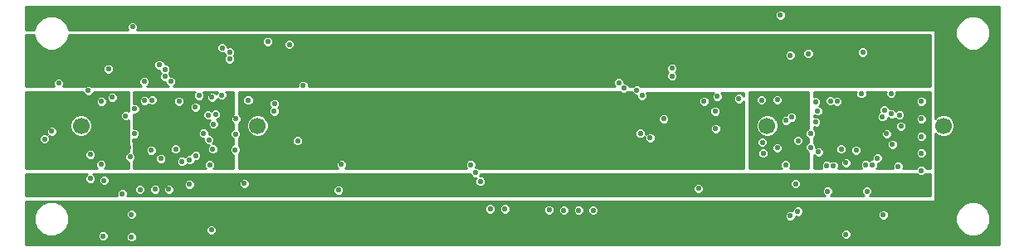
<source format=gbr>
G04 #@! TF.GenerationSoftware,KiCad,Pcbnew,5.0.2+dfsg1-1~bpo9+1*
G04 #@! TF.CreationDate,2019-09-26T17:33:24+02:00*
G04 #@! TF.ProjectId,OV9281,4f563932-3831-42e6-9b69-6361645f7063,rev?*
G04 #@! TF.SameCoordinates,Original*
G04 #@! TF.FileFunction,Copper,L3,Inr*
G04 #@! TF.FilePolarity,Positive*
%FSLAX46Y46*%
G04 Gerber Fmt 4.6, Leading zero omitted, Abs format (unit mm)*
G04 Created by KiCad (PCBNEW 5.0.2+dfsg1-1~bpo9+1) date Thu 26 Sep 2019 05:33:24 PM CEST*
%MOMM*%
%LPD*%
G01*
G04 APERTURE LIST*
G04 #@! TA.AperFunction,ViaPad*
%ADD10C,1.700000*%
G04 #@! TD*
G04 #@! TA.AperFunction,ViaPad*
%ADD11C,0.550000*%
G04 #@! TD*
G04 #@! TA.AperFunction,Conductor*
%ADD12C,0.254000*%
G04 #@! TD*
G04 APERTURE END LIST*
D10*
G04 #@! TO.N,N/C*
G04 #@! TO.C,REF\002A\002A*
X176000000Y-112500000D03*
X194000000Y-112500000D03*
G04 #@! TD*
G04 #@! TO.N,N/C*
G04 #@! TO.C,REF\002A\002A*
X124000000Y-112500000D03*
X106000000Y-112500000D03*
G04 #@! TD*
D11*
G04 #@! TO.N,GND*
X184028000Y-123590000D03*
X108802500Y-106680000D03*
X111252500Y-102386000D03*
X120402500Y-104536000D03*
X112002500Y-119010990D03*
X128102500Y-114036000D03*
X158252500Y-121136000D03*
X156752500Y-121136000D03*
X155252500Y-121136000D03*
X153752500Y-121086000D03*
X149252500Y-120986000D03*
X147752500Y-120986000D03*
X179128000Y-121240000D03*
X169552500Y-109986000D03*
X180202500Y-105136000D03*
X178352504Y-121686000D03*
X187852500Y-121586000D03*
X185752500Y-104986006D03*
X119302500Y-123136000D03*
X112452502Y-107986000D03*
X108250000Y-123750000D03*
X111150000Y-121550000D03*
X111150000Y-123850000D03*
G04 #@! TO.N,+3V3*
X119102500Y-120986000D03*
X126802500Y-123436000D03*
X138052500Y-120736000D03*
X138652500Y-121436000D03*
X190152500Y-122586000D03*
X168052500Y-122385998D03*
X186552500Y-121636000D03*
X128652500Y-108386000D03*
X114152500Y-122936000D03*
X121552500Y-102086000D03*
X128652500Y-101786000D03*
X114900000Y-102100000D03*
X187880000Y-123990000D03*
G04 #@! TO.N,+2V8*
X126652500Y-115186000D03*
X173102511Y-112185989D03*
G04 #@! TO.N,+1V8*
X112752500Y-106034577D03*
X110102500Y-104736000D03*
X189752500Y-105036000D03*
X168352500Y-105436000D03*
X187602494Y-106286000D03*
X126852500Y-108186000D03*
X117252500Y-108086000D03*
X130152500Y-108286000D03*
X189752492Y-104086000D03*
X102786456Y-108319956D03*
X172525000Y-105750000D03*
G04 #@! TO.N,+1V2*
X175502500Y-118936000D03*
X170752498Y-118186000D03*
X103684998Y-117750000D03*
X101470000Y-117750000D03*
X172280000Y-118760000D03*
X177120000Y-119000000D03*
G04 #@! TO.N,/CAM_L_D1_P*
X166300000Y-106610000D03*
G04 #@! TO.N,/CAM_L_D1_N*
X166300000Y-107400000D03*
G04 #@! TO.N,/CAM_R_D1_N*
X121160000Y-104950000D03*
G04 #@! TO.N,/CAM_R_D1_P*
X121170000Y-105670000D03*
G04 #@! TO.N,/CAM_L_CLK_P*
X161380000Y-108630000D03*
G04 #@! TO.N,/CAM_L_CLK_N*
X160860000Y-108090000D03*
G04 #@! TO.N,/CAM_R_CLK_N*
X114580000Y-107470000D03*
G04 #@! TO.N,/CAM_R_CLK_P*
X115160000Y-107960000D03*
G04 #@! TO.N,/CAM_L_D0_N*
X162710000Y-108860000D03*
G04 #@! TO.N,/CAM_L_D0_P*
X163230000Y-109400000D03*
G04 #@! TO.N,/CAM_R_D0_N*
X113990000Y-106270000D03*
G04 #@! TO.N,/CAM_R_D0_P*
X114570000Y-106760000D03*
G04 #@! TO.N,/CAM_RST*
X146252500Y-117286000D03*
X165460000Y-111780000D03*
G04 #@! TO.N,/M1_DOVDD*
X183140000Y-110020000D03*
X185619792Y-109207262D03*
X179652500Y-111324036D03*
X187268724Y-115785996D03*
X179937771Y-115671263D03*
X175452500Y-110586000D03*
X178300000Y-109800000D03*
X178462497Y-110572533D03*
X177775528Y-111199472D03*
G04 #@! TO.N,/M1_AGND*
X187752500Y-111586000D03*
X188190000Y-113320000D03*
X191727500Y-109986000D03*
X191727500Y-111786000D03*
X191727500Y-113586000D03*
X191727500Y-115286000D03*
X191727500Y-117086000D03*
X182152500Y-119186000D03*
X188652500Y-109186000D03*
X186187490Y-119180009D03*
X175525000Y-114175000D03*
X177925000Y-111950000D03*
X175425000Y-109875000D03*
G04 #@! TO.N,/M1_DVDD*
X181460000Y-114020000D03*
X188921426Y-113033159D03*
X185102283Y-109972274D03*
X187544926Y-109679941D03*
X185052500Y-116386002D03*
X181177496Y-116561004D03*
X181700000Y-110100000D03*
X178900000Y-118430000D03*
X189430000Y-115300000D03*
G04 #@! TO.N,/M1_AVDD*
X187952500Y-110886000D03*
X179150000Y-114025000D03*
X189352512Y-116668488D03*
X180452500Y-113286000D03*
X177050000Y-114750021D03*
G04 #@! TO.N,/M1_DGND*
X186752500Y-116486000D03*
X182071338Y-116583081D03*
X183552500Y-114885998D03*
X181252500Y-115185994D03*
X181152504Y-110986000D03*
X182752500Y-116586000D03*
X182447084Y-109938373D03*
X177890000Y-116486000D03*
X177030000Y-109840000D03*
G04 #@! TO.N,/M1_VN3*
X188702520Y-111286000D03*
G04 #@! TO.N,/M1_VH*
X189502500Y-111386000D03*
G04 #@! TO.N,/M1_CAM_SCL_1V8*
X180452500Y-114686000D03*
X175600000Y-115300000D03*
X125700000Y-111000000D03*
G04 #@! TO.N,/M1_VN2*
X189652500Y-112536004D03*
G04 #@! TO.N,/M1_SID*
X180948720Y-112112280D03*
X178500000Y-111600000D03*
X173124998Y-109725000D03*
G04 #@! TO.N,/M1_MCLK*
X180927508Y-110061008D03*
G04 #@! TO.N,/M1_PVDD*
X186052500Y-116486000D03*
G04 #@! TO.N,/M1_VN1*
X188780210Y-114396532D03*
G04 #@! TO.N,/M1_VSYNC_1V8*
X170752500Y-112786000D03*
G04 #@! TO.N,/CAM_NRST_1V8*
X125052500Y-103886000D03*
X185077495Y-114986000D03*
G04 #@! TO.N,/M1_CAM_SDA_1V8*
X184052500Y-116285998D03*
X169000000Y-118900004D03*
X125750000Y-110250000D03*
X132575000Y-116450000D03*
X132275000Y-119075000D03*
G04 #@! TO.N,/M2_DOVDD*
X113262500Y-109866000D03*
X115992500Y-109996000D03*
X110052500Y-112686000D03*
X108352500Y-111686000D03*
X110852500Y-114686000D03*
X117703594Y-115540094D03*
X110652500Y-109286000D03*
X102675000Y-110450000D03*
X103675000Y-111700000D03*
X105000000Y-110250000D03*
G04 #@! TO.N,/M2_AGND*
X122652500Y-118386000D03*
X118482500Y-113276000D03*
X123052500Y-109885992D03*
X118052500Y-109386000D03*
X119352500Y-109586000D03*
X120350000Y-109360000D03*
X103025000Y-113050000D03*
X121800000Y-111800000D03*
X121750000Y-113325000D03*
X121700000Y-114950000D03*
X102275000Y-113850000D03*
G04 #@! TO.N,/M2_DVDD*
X111462500Y-114020000D03*
X119872500Y-113286000D03*
X111652500Y-109786000D03*
X118752500Y-110286000D03*
X115170706Y-109267794D03*
X111952500Y-114986000D03*
X115046165Y-115835990D03*
X110210000Y-119440000D03*
X120520000Y-115490000D03*
G04 #@! TO.N,/M2_AVDD*
X111442500Y-113290000D03*
X119126000Y-116486002D03*
X117652500Y-110586008D03*
X106950000Y-115425000D03*
X108050000Y-116450000D03*
G04 #@! TO.N,/M2_DGND*
X112471751Y-109936215D03*
X114952500Y-118986000D03*
X113552500Y-118986000D03*
X106952496Y-117886000D03*
X108352500Y-118086000D03*
X117052500Y-118486000D03*
X117062500Y-115986000D03*
X111456145Y-110782590D03*
X106750000Y-108900000D03*
X113152500Y-114986000D03*
X109175010Y-109591632D03*
X108075000Y-110000000D03*
G04 #@! TO.N,/M2_VN3*
X118952500Y-111386000D03*
G04 #@! TO.N,/M2_VH*
X119713500Y-111325000D03*
G04 #@! TO.N,/M2_CAM_SCL_1V8*
X111002500Y-115686000D03*
G04 #@! TO.N,/M2_VN2*
X119500000Y-112325000D03*
G04 #@! TO.N,/M2_SID*
X103725000Y-108150000D03*
G04 #@! TO.N,/M2_MCLK_M*
X110562500Y-111476000D03*
X177352500Y-101186000D03*
X178352500Y-105286000D03*
G04 #@! TO.N,/M2_PVDD*
X116281200Y-116155991D03*
G04 #@! TO.N,/M2_VN1*
X119042500Y-113926000D03*
G04 #@! TO.N,/M2_VSYNC_1V8*
X115652500Y-114886000D03*
X127252500Y-104186000D03*
X119452500Y-114886000D03*
G04 #@! TO.N,/M2_CAM_SDA_1V8*
X114152498Y-115835990D03*
G04 #@! TO.N,/M2_VSYNC*
X145752500Y-116486000D03*
X163070000Y-113279998D03*
G04 #@! TO.N,/M1_VSYNC*
X164065647Y-113709265D03*
X146749671Y-118180010D03*
G04 #@! TO.N,/CAM_RST_1V8*
X170710000Y-111000000D03*
X170900000Y-109500000D03*
G04 #@! TD*
D12*
G04 #@! TO.N,+3V3*
G36*
X199648000Y-124648000D02*
X100352000Y-124648000D01*
X100352000Y-121646533D01*
X101223000Y-121646533D01*
X101223000Y-122353467D01*
X101493533Y-123006589D01*
X101993411Y-123506467D01*
X102646533Y-123777000D01*
X103353467Y-123777000D01*
X103683730Y-123640200D01*
X107698000Y-123640200D01*
X107698000Y-123859800D01*
X107782037Y-124062683D01*
X107937317Y-124217963D01*
X108140200Y-124302000D01*
X108359800Y-124302000D01*
X108562683Y-124217963D01*
X108717963Y-124062683D01*
X108802000Y-123859800D01*
X108802000Y-123740200D01*
X110598000Y-123740200D01*
X110598000Y-123959800D01*
X110682037Y-124162683D01*
X110837317Y-124317963D01*
X111040200Y-124402000D01*
X111259800Y-124402000D01*
X111462683Y-124317963D01*
X111617963Y-124162683D01*
X111702000Y-123959800D01*
X111702000Y-123740200D01*
X111617963Y-123537317D01*
X111462683Y-123382037D01*
X111259800Y-123298000D01*
X111040200Y-123298000D01*
X110837317Y-123382037D01*
X110682037Y-123537317D01*
X110598000Y-123740200D01*
X108802000Y-123740200D01*
X108802000Y-123640200D01*
X108717963Y-123437317D01*
X108562683Y-123282037D01*
X108359800Y-123198000D01*
X108140200Y-123198000D01*
X107937317Y-123282037D01*
X107782037Y-123437317D01*
X107698000Y-123640200D01*
X103683730Y-123640200D01*
X104006589Y-123506467D01*
X104486856Y-123026200D01*
X118750500Y-123026200D01*
X118750500Y-123245800D01*
X118834537Y-123448683D01*
X118989817Y-123603963D01*
X119192700Y-123688000D01*
X119412300Y-123688000D01*
X119615183Y-123603963D01*
X119738946Y-123480200D01*
X183476000Y-123480200D01*
X183476000Y-123699800D01*
X183560037Y-123902683D01*
X183715317Y-124057963D01*
X183918200Y-124142000D01*
X184137800Y-124142000D01*
X184340683Y-124057963D01*
X184495963Y-123902683D01*
X184580000Y-123699800D01*
X184580000Y-123480200D01*
X184495963Y-123277317D01*
X184340683Y-123122037D01*
X184137800Y-123038000D01*
X183918200Y-123038000D01*
X183715317Y-123122037D01*
X183560037Y-123277317D01*
X183476000Y-123480200D01*
X119738946Y-123480200D01*
X119770463Y-123448683D01*
X119854500Y-123245800D01*
X119854500Y-123026200D01*
X119770463Y-122823317D01*
X119615183Y-122668037D01*
X119412300Y-122584000D01*
X119192700Y-122584000D01*
X118989817Y-122668037D01*
X118834537Y-122823317D01*
X118750500Y-123026200D01*
X104486856Y-123026200D01*
X104506467Y-123006589D01*
X104777000Y-122353467D01*
X104777000Y-121646533D01*
X104691534Y-121440200D01*
X110598000Y-121440200D01*
X110598000Y-121659800D01*
X110682037Y-121862683D01*
X110837317Y-122017963D01*
X111040200Y-122102000D01*
X111259800Y-122102000D01*
X111462683Y-122017963D01*
X111617963Y-121862683D01*
X111702000Y-121659800D01*
X111702000Y-121440200D01*
X111617963Y-121237317D01*
X111462683Y-121082037D01*
X111259800Y-120998000D01*
X111040200Y-120998000D01*
X110837317Y-121082037D01*
X110682037Y-121237317D01*
X110598000Y-121440200D01*
X104691534Y-121440200D01*
X104506467Y-120993411D01*
X104389256Y-120876200D01*
X147200500Y-120876200D01*
X147200500Y-121095800D01*
X147284537Y-121298683D01*
X147439817Y-121453963D01*
X147642700Y-121538000D01*
X147862300Y-121538000D01*
X148065183Y-121453963D01*
X148220463Y-121298683D01*
X148304500Y-121095800D01*
X148304500Y-120876200D01*
X148700500Y-120876200D01*
X148700500Y-121095800D01*
X148784537Y-121298683D01*
X148939817Y-121453963D01*
X149142700Y-121538000D01*
X149362300Y-121538000D01*
X149565183Y-121453963D01*
X149720463Y-121298683D01*
X149804500Y-121095800D01*
X149804500Y-120976200D01*
X153200500Y-120976200D01*
X153200500Y-121195800D01*
X153284537Y-121398683D01*
X153439817Y-121553963D01*
X153642700Y-121638000D01*
X153862300Y-121638000D01*
X154065183Y-121553963D01*
X154220463Y-121398683D01*
X154304500Y-121195800D01*
X154304500Y-121026200D01*
X154700500Y-121026200D01*
X154700500Y-121245800D01*
X154784537Y-121448683D01*
X154939817Y-121603963D01*
X155142700Y-121688000D01*
X155362300Y-121688000D01*
X155565183Y-121603963D01*
X155720463Y-121448683D01*
X155804500Y-121245800D01*
X155804500Y-121026200D01*
X156200500Y-121026200D01*
X156200500Y-121245800D01*
X156284537Y-121448683D01*
X156439817Y-121603963D01*
X156642700Y-121688000D01*
X156862300Y-121688000D01*
X157065183Y-121603963D01*
X157220463Y-121448683D01*
X157304500Y-121245800D01*
X157304500Y-121026200D01*
X157700500Y-121026200D01*
X157700500Y-121245800D01*
X157784537Y-121448683D01*
X157939817Y-121603963D01*
X158142700Y-121688000D01*
X158362300Y-121688000D01*
X158565183Y-121603963D01*
X158592946Y-121576200D01*
X177800504Y-121576200D01*
X177800504Y-121795800D01*
X177884541Y-121998683D01*
X178039821Y-122153963D01*
X178242704Y-122238000D01*
X178462304Y-122238000D01*
X178665187Y-122153963D01*
X178820467Y-121998683D01*
X178904504Y-121795800D01*
X178904504Y-121744906D01*
X179018200Y-121792000D01*
X179237800Y-121792000D01*
X179440683Y-121707963D01*
X179595963Y-121552683D01*
X179627643Y-121476200D01*
X187300500Y-121476200D01*
X187300500Y-121695800D01*
X187384537Y-121898683D01*
X187539817Y-122053963D01*
X187742700Y-122138000D01*
X187962300Y-122138000D01*
X188165183Y-122053963D01*
X188320463Y-121898683D01*
X188404500Y-121695800D01*
X188404500Y-121646533D01*
X195223000Y-121646533D01*
X195223000Y-122353467D01*
X195493533Y-123006589D01*
X195993411Y-123506467D01*
X196646533Y-123777000D01*
X197353467Y-123777000D01*
X198006589Y-123506467D01*
X198506467Y-123006589D01*
X198777000Y-122353467D01*
X198777000Y-121646533D01*
X198506467Y-120993411D01*
X198006589Y-120493533D01*
X197353467Y-120223000D01*
X196646533Y-120223000D01*
X195993411Y-120493533D01*
X195493533Y-120993411D01*
X195223000Y-121646533D01*
X188404500Y-121646533D01*
X188404500Y-121476200D01*
X188320463Y-121273317D01*
X188165183Y-121118037D01*
X187962300Y-121034000D01*
X187742700Y-121034000D01*
X187539817Y-121118037D01*
X187384537Y-121273317D01*
X187300500Y-121476200D01*
X179627643Y-121476200D01*
X179680000Y-121349800D01*
X179680000Y-121130200D01*
X179595963Y-120927317D01*
X179440683Y-120772037D01*
X179237800Y-120688000D01*
X179018200Y-120688000D01*
X178815317Y-120772037D01*
X178660037Y-120927317D01*
X178576000Y-121130200D01*
X178576000Y-121181094D01*
X178462304Y-121134000D01*
X178242704Y-121134000D01*
X178039821Y-121218037D01*
X177884541Y-121373317D01*
X177800504Y-121576200D01*
X158592946Y-121576200D01*
X158720463Y-121448683D01*
X158804500Y-121245800D01*
X158804500Y-121026200D01*
X158720463Y-120823317D01*
X158565183Y-120668037D01*
X158362300Y-120584000D01*
X158142700Y-120584000D01*
X157939817Y-120668037D01*
X157784537Y-120823317D01*
X157700500Y-121026200D01*
X157304500Y-121026200D01*
X157220463Y-120823317D01*
X157065183Y-120668037D01*
X156862300Y-120584000D01*
X156642700Y-120584000D01*
X156439817Y-120668037D01*
X156284537Y-120823317D01*
X156200500Y-121026200D01*
X155804500Y-121026200D01*
X155720463Y-120823317D01*
X155565183Y-120668037D01*
X155362300Y-120584000D01*
X155142700Y-120584000D01*
X154939817Y-120668037D01*
X154784537Y-120823317D01*
X154700500Y-121026200D01*
X154304500Y-121026200D01*
X154304500Y-120976200D01*
X154220463Y-120773317D01*
X154065183Y-120618037D01*
X153862300Y-120534000D01*
X153642700Y-120534000D01*
X153439817Y-120618037D01*
X153284537Y-120773317D01*
X153200500Y-120976200D01*
X149804500Y-120976200D01*
X149804500Y-120876200D01*
X149720463Y-120673317D01*
X149565183Y-120518037D01*
X149362300Y-120434000D01*
X149142700Y-120434000D01*
X148939817Y-120518037D01*
X148784537Y-120673317D01*
X148700500Y-120876200D01*
X148304500Y-120876200D01*
X148220463Y-120673317D01*
X148065183Y-120518037D01*
X147862300Y-120434000D01*
X147642700Y-120434000D01*
X147439817Y-120518037D01*
X147284537Y-120673317D01*
X147200500Y-120876200D01*
X104389256Y-120876200D01*
X104006589Y-120493533D01*
X103353467Y-120223000D01*
X102646533Y-120223000D01*
X101993411Y-120493533D01*
X101493533Y-120993411D01*
X101223000Y-121646533D01*
X100352000Y-121646533D01*
X100352000Y-120213000D01*
X193052500Y-120213000D01*
X193101101Y-120203333D01*
X193142303Y-120175803D01*
X193169833Y-120134601D01*
X193179500Y-120086000D01*
X193179500Y-113273318D01*
X193361606Y-113455424D01*
X193775826Y-113627000D01*
X194224174Y-113627000D01*
X194638394Y-113455424D01*
X194955424Y-113138394D01*
X195127000Y-112724174D01*
X195127000Y-112275826D01*
X194955424Y-111861606D01*
X194638394Y-111544576D01*
X194224174Y-111373000D01*
X193775826Y-111373000D01*
X193361606Y-111544576D01*
X193179500Y-111726682D01*
X193179500Y-102786000D01*
X193169833Y-102737399D01*
X193142303Y-102696197D01*
X193101101Y-102668667D01*
X193052500Y-102659000D01*
X111736900Y-102659000D01*
X111742064Y-102646533D01*
X195223000Y-102646533D01*
X195223000Y-103353467D01*
X195493533Y-104006589D01*
X195993411Y-104506467D01*
X196646533Y-104777000D01*
X197353467Y-104777000D01*
X198006589Y-104506467D01*
X198506467Y-104006589D01*
X198777000Y-103353467D01*
X198777000Y-102646533D01*
X198506467Y-101993411D01*
X198006589Y-101493533D01*
X197353467Y-101223000D01*
X196646533Y-101223000D01*
X195993411Y-101493533D01*
X195493533Y-101993411D01*
X195223000Y-102646533D01*
X111742064Y-102646533D01*
X111804500Y-102495800D01*
X111804500Y-102276200D01*
X111720463Y-102073317D01*
X111565183Y-101918037D01*
X111362300Y-101834000D01*
X111142700Y-101834000D01*
X110939817Y-101918037D01*
X110784537Y-102073317D01*
X110700500Y-102276200D01*
X110700500Y-102495800D01*
X110768100Y-102659000D01*
X104777000Y-102659000D01*
X104777000Y-102646533D01*
X104506467Y-101993411D01*
X104006589Y-101493533D01*
X103353467Y-101223000D01*
X102646533Y-101223000D01*
X101993411Y-101493533D01*
X101493533Y-101993411D01*
X101223000Y-102646533D01*
X101223000Y-102659000D01*
X100352000Y-102659000D01*
X100352000Y-101076200D01*
X176800500Y-101076200D01*
X176800500Y-101295800D01*
X176884537Y-101498683D01*
X177039817Y-101653963D01*
X177242700Y-101738000D01*
X177462300Y-101738000D01*
X177665183Y-101653963D01*
X177820463Y-101498683D01*
X177904500Y-101295800D01*
X177904500Y-101076200D01*
X177820463Y-100873317D01*
X177665183Y-100718037D01*
X177462300Y-100634000D01*
X177242700Y-100634000D01*
X177039817Y-100718037D01*
X176884537Y-100873317D01*
X176800500Y-101076200D01*
X100352000Y-101076200D01*
X100352000Y-100352000D01*
X199648001Y-100352000D01*
X199648000Y-124648000D01*
X199648000Y-124648000D01*
G37*
X199648000Y-124648000D02*
X100352000Y-124648000D01*
X100352000Y-121646533D01*
X101223000Y-121646533D01*
X101223000Y-122353467D01*
X101493533Y-123006589D01*
X101993411Y-123506467D01*
X102646533Y-123777000D01*
X103353467Y-123777000D01*
X103683730Y-123640200D01*
X107698000Y-123640200D01*
X107698000Y-123859800D01*
X107782037Y-124062683D01*
X107937317Y-124217963D01*
X108140200Y-124302000D01*
X108359800Y-124302000D01*
X108562683Y-124217963D01*
X108717963Y-124062683D01*
X108802000Y-123859800D01*
X108802000Y-123740200D01*
X110598000Y-123740200D01*
X110598000Y-123959800D01*
X110682037Y-124162683D01*
X110837317Y-124317963D01*
X111040200Y-124402000D01*
X111259800Y-124402000D01*
X111462683Y-124317963D01*
X111617963Y-124162683D01*
X111702000Y-123959800D01*
X111702000Y-123740200D01*
X111617963Y-123537317D01*
X111462683Y-123382037D01*
X111259800Y-123298000D01*
X111040200Y-123298000D01*
X110837317Y-123382037D01*
X110682037Y-123537317D01*
X110598000Y-123740200D01*
X108802000Y-123740200D01*
X108802000Y-123640200D01*
X108717963Y-123437317D01*
X108562683Y-123282037D01*
X108359800Y-123198000D01*
X108140200Y-123198000D01*
X107937317Y-123282037D01*
X107782037Y-123437317D01*
X107698000Y-123640200D01*
X103683730Y-123640200D01*
X104006589Y-123506467D01*
X104486856Y-123026200D01*
X118750500Y-123026200D01*
X118750500Y-123245800D01*
X118834537Y-123448683D01*
X118989817Y-123603963D01*
X119192700Y-123688000D01*
X119412300Y-123688000D01*
X119615183Y-123603963D01*
X119738946Y-123480200D01*
X183476000Y-123480200D01*
X183476000Y-123699800D01*
X183560037Y-123902683D01*
X183715317Y-124057963D01*
X183918200Y-124142000D01*
X184137800Y-124142000D01*
X184340683Y-124057963D01*
X184495963Y-123902683D01*
X184580000Y-123699800D01*
X184580000Y-123480200D01*
X184495963Y-123277317D01*
X184340683Y-123122037D01*
X184137800Y-123038000D01*
X183918200Y-123038000D01*
X183715317Y-123122037D01*
X183560037Y-123277317D01*
X183476000Y-123480200D01*
X119738946Y-123480200D01*
X119770463Y-123448683D01*
X119854500Y-123245800D01*
X119854500Y-123026200D01*
X119770463Y-122823317D01*
X119615183Y-122668037D01*
X119412300Y-122584000D01*
X119192700Y-122584000D01*
X118989817Y-122668037D01*
X118834537Y-122823317D01*
X118750500Y-123026200D01*
X104486856Y-123026200D01*
X104506467Y-123006589D01*
X104777000Y-122353467D01*
X104777000Y-121646533D01*
X104691534Y-121440200D01*
X110598000Y-121440200D01*
X110598000Y-121659800D01*
X110682037Y-121862683D01*
X110837317Y-122017963D01*
X111040200Y-122102000D01*
X111259800Y-122102000D01*
X111462683Y-122017963D01*
X111617963Y-121862683D01*
X111702000Y-121659800D01*
X111702000Y-121440200D01*
X111617963Y-121237317D01*
X111462683Y-121082037D01*
X111259800Y-120998000D01*
X111040200Y-120998000D01*
X110837317Y-121082037D01*
X110682037Y-121237317D01*
X110598000Y-121440200D01*
X104691534Y-121440200D01*
X104506467Y-120993411D01*
X104389256Y-120876200D01*
X147200500Y-120876200D01*
X147200500Y-121095800D01*
X147284537Y-121298683D01*
X147439817Y-121453963D01*
X147642700Y-121538000D01*
X147862300Y-121538000D01*
X148065183Y-121453963D01*
X148220463Y-121298683D01*
X148304500Y-121095800D01*
X148304500Y-120876200D01*
X148700500Y-120876200D01*
X148700500Y-121095800D01*
X148784537Y-121298683D01*
X148939817Y-121453963D01*
X149142700Y-121538000D01*
X149362300Y-121538000D01*
X149565183Y-121453963D01*
X149720463Y-121298683D01*
X149804500Y-121095800D01*
X149804500Y-120976200D01*
X153200500Y-120976200D01*
X153200500Y-121195800D01*
X153284537Y-121398683D01*
X153439817Y-121553963D01*
X153642700Y-121638000D01*
X153862300Y-121638000D01*
X154065183Y-121553963D01*
X154220463Y-121398683D01*
X154304500Y-121195800D01*
X154304500Y-121026200D01*
X154700500Y-121026200D01*
X154700500Y-121245800D01*
X154784537Y-121448683D01*
X154939817Y-121603963D01*
X155142700Y-121688000D01*
X155362300Y-121688000D01*
X155565183Y-121603963D01*
X155720463Y-121448683D01*
X155804500Y-121245800D01*
X155804500Y-121026200D01*
X156200500Y-121026200D01*
X156200500Y-121245800D01*
X156284537Y-121448683D01*
X156439817Y-121603963D01*
X156642700Y-121688000D01*
X156862300Y-121688000D01*
X157065183Y-121603963D01*
X157220463Y-121448683D01*
X157304500Y-121245800D01*
X157304500Y-121026200D01*
X157700500Y-121026200D01*
X157700500Y-121245800D01*
X157784537Y-121448683D01*
X157939817Y-121603963D01*
X158142700Y-121688000D01*
X158362300Y-121688000D01*
X158565183Y-121603963D01*
X158592946Y-121576200D01*
X177800504Y-121576200D01*
X177800504Y-121795800D01*
X177884541Y-121998683D01*
X178039821Y-122153963D01*
X178242704Y-122238000D01*
X178462304Y-122238000D01*
X178665187Y-122153963D01*
X178820467Y-121998683D01*
X178904504Y-121795800D01*
X178904504Y-121744906D01*
X179018200Y-121792000D01*
X179237800Y-121792000D01*
X179440683Y-121707963D01*
X179595963Y-121552683D01*
X179627643Y-121476200D01*
X187300500Y-121476200D01*
X187300500Y-121695800D01*
X187384537Y-121898683D01*
X187539817Y-122053963D01*
X187742700Y-122138000D01*
X187962300Y-122138000D01*
X188165183Y-122053963D01*
X188320463Y-121898683D01*
X188404500Y-121695800D01*
X188404500Y-121646533D01*
X195223000Y-121646533D01*
X195223000Y-122353467D01*
X195493533Y-123006589D01*
X195993411Y-123506467D01*
X196646533Y-123777000D01*
X197353467Y-123777000D01*
X198006589Y-123506467D01*
X198506467Y-123006589D01*
X198777000Y-122353467D01*
X198777000Y-121646533D01*
X198506467Y-120993411D01*
X198006589Y-120493533D01*
X197353467Y-120223000D01*
X196646533Y-120223000D01*
X195993411Y-120493533D01*
X195493533Y-120993411D01*
X195223000Y-121646533D01*
X188404500Y-121646533D01*
X188404500Y-121476200D01*
X188320463Y-121273317D01*
X188165183Y-121118037D01*
X187962300Y-121034000D01*
X187742700Y-121034000D01*
X187539817Y-121118037D01*
X187384537Y-121273317D01*
X187300500Y-121476200D01*
X179627643Y-121476200D01*
X179680000Y-121349800D01*
X179680000Y-121130200D01*
X179595963Y-120927317D01*
X179440683Y-120772037D01*
X179237800Y-120688000D01*
X179018200Y-120688000D01*
X178815317Y-120772037D01*
X178660037Y-120927317D01*
X178576000Y-121130200D01*
X178576000Y-121181094D01*
X178462304Y-121134000D01*
X178242704Y-121134000D01*
X178039821Y-121218037D01*
X177884541Y-121373317D01*
X177800504Y-121576200D01*
X158592946Y-121576200D01*
X158720463Y-121448683D01*
X158804500Y-121245800D01*
X158804500Y-121026200D01*
X158720463Y-120823317D01*
X158565183Y-120668037D01*
X158362300Y-120584000D01*
X158142700Y-120584000D01*
X157939817Y-120668037D01*
X157784537Y-120823317D01*
X157700500Y-121026200D01*
X157304500Y-121026200D01*
X157220463Y-120823317D01*
X157065183Y-120668037D01*
X156862300Y-120584000D01*
X156642700Y-120584000D01*
X156439817Y-120668037D01*
X156284537Y-120823317D01*
X156200500Y-121026200D01*
X155804500Y-121026200D01*
X155720463Y-120823317D01*
X155565183Y-120668037D01*
X155362300Y-120584000D01*
X155142700Y-120584000D01*
X154939817Y-120668037D01*
X154784537Y-120823317D01*
X154700500Y-121026200D01*
X154304500Y-121026200D01*
X154304500Y-120976200D01*
X154220463Y-120773317D01*
X154065183Y-120618037D01*
X153862300Y-120534000D01*
X153642700Y-120534000D01*
X153439817Y-120618037D01*
X153284537Y-120773317D01*
X153200500Y-120976200D01*
X149804500Y-120976200D01*
X149804500Y-120876200D01*
X149720463Y-120673317D01*
X149565183Y-120518037D01*
X149362300Y-120434000D01*
X149142700Y-120434000D01*
X148939817Y-120518037D01*
X148784537Y-120673317D01*
X148700500Y-120876200D01*
X148304500Y-120876200D01*
X148220463Y-120673317D01*
X148065183Y-120518037D01*
X147862300Y-120434000D01*
X147642700Y-120434000D01*
X147439817Y-120518037D01*
X147284537Y-120673317D01*
X147200500Y-120876200D01*
X104389256Y-120876200D01*
X104006589Y-120493533D01*
X103353467Y-120223000D01*
X102646533Y-120223000D01*
X101993411Y-120493533D01*
X101493533Y-120993411D01*
X101223000Y-121646533D01*
X100352000Y-121646533D01*
X100352000Y-120213000D01*
X193052500Y-120213000D01*
X193101101Y-120203333D01*
X193142303Y-120175803D01*
X193169833Y-120134601D01*
X193179500Y-120086000D01*
X193179500Y-113273318D01*
X193361606Y-113455424D01*
X193775826Y-113627000D01*
X194224174Y-113627000D01*
X194638394Y-113455424D01*
X194955424Y-113138394D01*
X195127000Y-112724174D01*
X195127000Y-112275826D01*
X194955424Y-111861606D01*
X194638394Y-111544576D01*
X194224174Y-111373000D01*
X193775826Y-111373000D01*
X193361606Y-111544576D01*
X193179500Y-111726682D01*
X193179500Y-102786000D01*
X193169833Y-102737399D01*
X193142303Y-102696197D01*
X193101101Y-102668667D01*
X193052500Y-102659000D01*
X111736900Y-102659000D01*
X111742064Y-102646533D01*
X195223000Y-102646533D01*
X195223000Y-103353467D01*
X195493533Y-104006589D01*
X195993411Y-104506467D01*
X196646533Y-104777000D01*
X197353467Y-104777000D01*
X198006589Y-104506467D01*
X198506467Y-104006589D01*
X198777000Y-103353467D01*
X198777000Y-102646533D01*
X198506467Y-101993411D01*
X198006589Y-101493533D01*
X197353467Y-101223000D01*
X196646533Y-101223000D01*
X195993411Y-101493533D01*
X195493533Y-101993411D01*
X195223000Y-102646533D01*
X111742064Y-102646533D01*
X111804500Y-102495800D01*
X111804500Y-102276200D01*
X111720463Y-102073317D01*
X111565183Y-101918037D01*
X111362300Y-101834000D01*
X111142700Y-101834000D01*
X110939817Y-101918037D01*
X110784537Y-102073317D01*
X110700500Y-102276200D01*
X110700500Y-102495800D01*
X110768100Y-102659000D01*
X104777000Y-102659000D01*
X104777000Y-102646533D01*
X104506467Y-101993411D01*
X104006589Y-101493533D01*
X103353467Y-101223000D01*
X102646533Y-101223000D01*
X101993411Y-101493533D01*
X101493533Y-101993411D01*
X101223000Y-102646533D01*
X101223000Y-102659000D01*
X100352000Y-102659000D01*
X100352000Y-101076200D01*
X176800500Y-101076200D01*
X176800500Y-101295800D01*
X176884537Y-101498683D01*
X177039817Y-101653963D01*
X177242700Y-101738000D01*
X177462300Y-101738000D01*
X177665183Y-101653963D01*
X177820463Y-101498683D01*
X177904500Y-101295800D01*
X177904500Y-101076200D01*
X177820463Y-100873317D01*
X177665183Y-100718037D01*
X177462300Y-100634000D01*
X177242700Y-100634000D01*
X177039817Y-100718037D01*
X176884537Y-100873317D01*
X176800500Y-101076200D01*
X100352000Y-101076200D01*
X100352000Y-100352000D01*
X199648001Y-100352000D01*
X199648000Y-124648000D01*
G04 #@! TO.N,+1V8*
G36*
X101223000Y-103353467D02*
X101493533Y-104006589D01*
X101993411Y-104506467D01*
X102646533Y-104777000D01*
X103353467Y-104777000D01*
X104006589Y-104506467D01*
X104086856Y-104426200D01*
X119850500Y-104426200D01*
X119850500Y-104645800D01*
X119934537Y-104848683D01*
X120089817Y-105003963D01*
X120292700Y-105088000D01*
X120512300Y-105088000D01*
X120608000Y-105048360D01*
X120608000Y-105059800D01*
X120692037Y-105262683D01*
X120744354Y-105315000D01*
X120702037Y-105357317D01*
X120618000Y-105560200D01*
X120618000Y-105779800D01*
X120702037Y-105982683D01*
X120857317Y-106137963D01*
X121060200Y-106222000D01*
X121279800Y-106222000D01*
X121482683Y-106137963D01*
X121637963Y-105982683D01*
X121722000Y-105779800D01*
X121722000Y-105560200D01*
X121637963Y-105357317D01*
X121585646Y-105305000D01*
X121627963Y-105262683D01*
X121663785Y-105176200D01*
X177800500Y-105176200D01*
X177800500Y-105395800D01*
X177884537Y-105598683D01*
X178039817Y-105753963D01*
X178242700Y-105838000D01*
X178462300Y-105838000D01*
X178665183Y-105753963D01*
X178820463Y-105598683D01*
X178904500Y-105395800D01*
X178904500Y-105176200D01*
X178842368Y-105026200D01*
X179650500Y-105026200D01*
X179650500Y-105245800D01*
X179734537Y-105448683D01*
X179889817Y-105603963D01*
X180092700Y-105688000D01*
X180312300Y-105688000D01*
X180515183Y-105603963D01*
X180670463Y-105448683D01*
X180754500Y-105245800D01*
X180754500Y-105026200D01*
X180692371Y-104876206D01*
X185200500Y-104876206D01*
X185200500Y-105095806D01*
X185284537Y-105298689D01*
X185439817Y-105453969D01*
X185642700Y-105538006D01*
X185862300Y-105538006D01*
X186065183Y-105453969D01*
X186220463Y-105298689D01*
X186304500Y-105095806D01*
X186304500Y-104876206D01*
X186220463Y-104673323D01*
X186065183Y-104518043D01*
X185862300Y-104434006D01*
X185642700Y-104434006D01*
X185439817Y-104518043D01*
X185284537Y-104673323D01*
X185200500Y-104876206D01*
X180692371Y-104876206D01*
X180670463Y-104823317D01*
X180515183Y-104668037D01*
X180312300Y-104584000D01*
X180092700Y-104584000D01*
X179889817Y-104668037D01*
X179734537Y-104823317D01*
X179650500Y-105026200D01*
X178842368Y-105026200D01*
X178820463Y-104973317D01*
X178665183Y-104818037D01*
X178462300Y-104734000D01*
X178242700Y-104734000D01*
X178039817Y-104818037D01*
X177884537Y-104973317D01*
X177800500Y-105176200D01*
X121663785Y-105176200D01*
X121712000Y-105059800D01*
X121712000Y-104840200D01*
X121627963Y-104637317D01*
X121472683Y-104482037D01*
X121269800Y-104398000D01*
X121050200Y-104398000D01*
X120954500Y-104437640D01*
X120954500Y-104426200D01*
X120870463Y-104223317D01*
X120715183Y-104068037D01*
X120512300Y-103984000D01*
X120292700Y-103984000D01*
X120089817Y-104068037D01*
X119934537Y-104223317D01*
X119850500Y-104426200D01*
X104086856Y-104426200D01*
X104506467Y-104006589D01*
X104601897Y-103776200D01*
X124500500Y-103776200D01*
X124500500Y-103995800D01*
X124584537Y-104198683D01*
X124739817Y-104353963D01*
X124942700Y-104438000D01*
X125162300Y-104438000D01*
X125365183Y-104353963D01*
X125520463Y-104198683D01*
X125571197Y-104076200D01*
X126700500Y-104076200D01*
X126700500Y-104295800D01*
X126784537Y-104498683D01*
X126939817Y-104653963D01*
X127142700Y-104738000D01*
X127362300Y-104738000D01*
X127565183Y-104653963D01*
X127720463Y-104498683D01*
X127804500Y-104295800D01*
X127804500Y-104076200D01*
X127720463Y-103873317D01*
X127565183Y-103718037D01*
X127362300Y-103634000D01*
X127142700Y-103634000D01*
X126939817Y-103718037D01*
X126784537Y-103873317D01*
X126700500Y-104076200D01*
X125571197Y-104076200D01*
X125604500Y-103995800D01*
X125604500Y-103776200D01*
X125520463Y-103573317D01*
X125365183Y-103418037D01*
X125162300Y-103334000D01*
X124942700Y-103334000D01*
X124739817Y-103418037D01*
X124584537Y-103573317D01*
X124500500Y-103776200D01*
X104601897Y-103776200D01*
X104777000Y-103353467D01*
X104777000Y-103213000D01*
X192625500Y-103213000D01*
X192625500Y-108459000D01*
X163089646Y-108459000D01*
X163022683Y-108392037D01*
X162819800Y-108308000D01*
X162600200Y-108308000D01*
X162397317Y-108392037D01*
X162330354Y-108459000D01*
X161906650Y-108459000D01*
X161847963Y-108317317D01*
X161692683Y-108162037D01*
X161489800Y-108078000D01*
X161412000Y-108078000D01*
X161412000Y-107980200D01*
X161327963Y-107777317D01*
X161172683Y-107622037D01*
X160969800Y-107538000D01*
X160750200Y-107538000D01*
X160547317Y-107622037D01*
X160392037Y-107777317D01*
X160308000Y-107980200D01*
X160308000Y-108199800D01*
X160392037Y-108402683D01*
X160448354Y-108459000D01*
X129204500Y-108459000D01*
X129204500Y-108276200D01*
X129120463Y-108073317D01*
X128965183Y-107918037D01*
X128762300Y-107834000D01*
X128542700Y-107834000D01*
X128339817Y-107918037D01*
X128184537Y-108073317D01*
X128100500Y-108276200D01*
X128100500Y-108459000D01*
X115397753Y-108459000D01*
X115472683Y-108427963D01*
X115627963Y-108272683D01*
X115712000Y-108069800D01*
X115712000Y-107850200D01*
X115627963Y-107647317D01*
X115472683Y-107492037D01*
X115269800Y-107408000D01*
X115132000Y-107408000D01*
X115132000Y-107360200D01*
X115047963Y-107157317D01*
X115000646Y-107110000D01*
X115037963Y-107072683D01*
X115122000Y-106869800D01*
X115122000Y-106650200D01*
X115059868Y-106500200D01*
X165748000Y-106500200D01*
X165748000Y-106719800D01*
X165832037Y-106922683D01*
X165914354Y-107005000D01*
X165832037Y-107087317D01*
X165748000Y-107290200D01*
X165748000Y-107509800D01*
X165832037Y-107712683D01*
X165987317Y-107867963D01*
X166190200Y-107952000D01*
X166409800Y-107952000D01*
X166612683Y-107867963D01*
X166767963Y-107712683D01*
X166852000Y-107509800D01*
X166852000Y-107290200D01*
X166767963Y-107087317D01*
X166685646Y-107005000D01*
X166767963Y-106922683D01*
X166852000Y-106719800D01*
X166852000Y-106500200D01*
X166767963Y-106297317D01*
X166612683Y-106142037D01*
X166409800Y-106058000D01*
X166190200Y-106058000D01*
X165987317Y-106142037D01*
X165832037Y-106297317D01*
X165748000Y-106500200D01*
X115059868Y-106500200D01*
X115037963Y-106447317D01*
X114882683Y-106292037D01*
X114679800Y-106208000D01*
X114542000Y-106208000D01*
X114542000Y-106160200D01*
X114457963Y-105957317D01*
X114302683Y-105802037D01*
X114099800Y-105718000D01*
X113880200Y-105718000D01*
X113677317Y-105802037D01*
X113522037Y-105957317D01*
X113438000Y-106160200D01*
X113438000Y-106379800D01*
X113522037Y-106582683D01*
X113677317Y-106737963D01*
X113880200Y-106822000D01*
X114018000Y-106822000D01*
X114018000Y-106869800D01*
X114102037Y-107072683D01*
X114149354Y-107120000D01*
X114112037Y-107157317D01*
X114028000Y-107360200D01*
X114028000Y-107579800D01*
X114112037Y-107782683D01*
X114267317Y-107937963D01*
X114470200Y-108022000D01*
X114608000Y-108022000D01*
X114608000Y-108069800D01*
X114692037Y-108272683D01*
X114847317Y-108427963D01*
X114922247Y-108459000D01*
X112753025Y-108459000D01*
X112765185Y-108453963D01*
X112920465Y-108298683D01*
X113004502Y-108095800D01*
X113004502Y-107876200D01*
X112920465Y-107673317D01*
X112765185Y-107518037D01*
X112562302Y-107434000D01*
X112342702Y-107434000D01*
X112139819Y-107518037D01*
X111984539Y-107673317D01*
X111900502Y-107876200D01*
X111900502Y-108095800D01*
X111984539Y-108298683D01*
X112139819Y-108453963D01*
X112151979Y-108459000D01*
X107089646Y-108459000D01*
X107062683Y-108432037D01*
X106859800Y-108348000D01*
X106640200Y-108348000D01*
X106437317Y-108432037D01*
X106410354Y-108459000D01*
X104194489Y-108459000D01*
X104277000Y-108259800D01*
X104277000Y-108040200D01*
X104192963Y-107837317D01*
X104037683Y-107682037D01*
X103834800Y-107598000D01*
X103615200Y-107598000D01*
X103412317Y-107682037D01*
X103257037Y-107837317D01*
X103173000Y-108040200D01*
X103173000Y-108259800D01*
X103255511Y-108459000D01*
X100352000Y-108459000D01*
X100352000Y-106570200D01*
X108250500Y-106570200D01*
X108250500Y-106789800D01*
X108334537Y-106992683D01*
X108489817Y-107147963D01*
X108692700Y-107232000D01*
X108912300Y-107232000D01*
X109115183Y-107147963D01*
X109270463Y-106992683D01*
X109354500Y-106789800D01*
X109354500Y-106570200D01*
X109270463Y-106367317D01*
X109115183Y-106212037D01*
X108912300Y-106128000D01*
X108692700Y-106128000D01*
X108489817Y-106212037D01*
X108334537Y-106367317D01*
X108250500Y-106570200D01*
X100352000Y-106570200D01*
X100352000Y-103213000D01*
X101223000Y-103213000D01*
X101223000Y-103353467D01*
X101223000Y-103353467D01*
G37*
X101223000Y-103353467D02*
X101493533Y-104006589D01*
X101993411Y-104506467D01*
X102646533Y-104777000D01*
X103353467Y-104777000D01*
X104006589Y-104506467D01*
X104086856Y-104426200D01*
X119850500Y-104426200D01*
X119850500Y-104645800D01*
X119934537Y-104848683D01*
X120089817Y-105003963D01*
X120292700Y-105088000D01*
X120512300Y-105088000D01*
X120608000Y-105048360D01*
X120608000Y-105059800D01*
X120692037Y-105262683D01*
X120744354Y-105315000D01*
X120702037Y-105357317D01*
X120618000Y-105560200D01*
X120618000Y-105779800D01*
X120702037Y-105982683D01*
X120857317Y-106137963D01*
X121060200Y-106222000D01*
X121279800Y-106222000D01*
X121482683Y-106137963D01*
X121637963Y-105982683D01*
X121722000Y-105779800D01*
X121722000Y-105560200D01*
X121637963Y-105357317D01*
X121585646Y-105305000D01*
X121627963Y-105262683D01*
X121663785Y-105176200D01*
X177800500Y-105176200D01*
X177800500Y-105395800D01*
X177884537Y-105598683D01*
X178039817Y-105753963D01*
X178242700Y-105838000D01*
X178462300Y-105838000D01*
X178665183Y-105753963D01*
X178820463Y-105598683D01*
X178904500Y-105395800D01*
X178904500Y-105176200D01*
X178842368Y-105026200D01*
X179650500Y-105026200D01*
X179650500Y-105245800D01*
X179734537Y-105448683D01*
X179889817Y-105603963D01*
X180092700Y-105688000D01*
X180312300Y-105688000D01*
X180515183Y-105603963D01*
X180670463Y-105448683D01*
X180754500Y-105245800D01*
X180754500Y-105026200D01*
X180692371Y-104876206D01*
X185200500Y-104876206D01*
X185200500Y-105095806D01*
X185284537Y-105298689D01*
X185439817Y-105453969D01*
X185642700Y-105538006D01*
X185862300Y-105538006D01*
X186065183Y-105453969D01*
X186220463Y-105298689D01*
X186304500Y-105095806D01*
X186304500Y-104876206D01*
X186220463Y-104673323D01*
X186065183Y-104518043D01*
X185862300Y-104434006D01*
X185642700Y-104434006D01*
X185439817Y-104518043D01*
X185284537Y-104673323D01*
X185200500Y-104876206D01*
X180692371Y-104876206D01*
X180670463Y-104823317D01*
X180515183Y-104668037D01*
X180312300Y-104584000D01*
X180092700Y-104584000D01*
X179889817Y-104668037D01*
X179734537Y-104823317D01*
X179650500Y-105026200D01*
X178842368Y-105026200D01*
X178820463Y-104973317D01*
X178665183Y-104818037D01*
X178462300Y-104734000D01*
X178242700Y-104734000D01*
X178039817Y-104818037D01*
X177884537Y-104973317D01*
X177800500Y-105176200D01*
X121663785Y-105176200D01*
X121712000Y-105059800D01*
X121712000Y-104840200D01*
X121627963Y-104637317D01*
X121472683Y-104482037D01*
X121269800Y-104398000D01*
X121050200Y-104398000D01*
X120954500Y-104437640D01*
X120954500Y-104426200D01*
X120870463Y-104223317D01*
X120715183Y-104068037D01*
X120512300Y-103984000D01*
X120292700Y-103984000D01*
X120089817Y-104068037D01*
X119934537Y-104223317D01*
X119850500Y-104426200D01*
X104086856Y-104426200D01*
X104506467Y-104006589D01*
X104601897Y-103776200D01*
X124500500Y-103776200D01*
X124500500Y-103995800D01*
X124584537Y-104198683D01*
X124739817Y-104353963D01*
X124942700Y-104438000D01*
X125162300Y-104438000D01*
X125365183Y-104353963D01*
X125520463Y-104198683D01*
X125571197Y-104076200D01*
X126700500Y-104076200D01*
X126700500Y-104295800D01*
X126784537Y-104498683D01*
X126939817Y-104653963D01*
X127142700Y-104738000D01*
X127362300Y-104738000D01*
X127565183Y-104653963D01*
X127720463Y-104498683D01*
X127804500Y-104295800D01*
X127804500Y-104076200D01*
X127720463Y-103873317D01*
X127565183Y-103718037D01*
X127362300Y-103634000D01*
X127142700Y-103634000D01*
X126939817Y-103718037D01*
X126784537Y-103873317D01*
X126700500Y-104076200D01*
X125571197Y-104076200D01*
X125604500Y-103995800D01*
X125604500Y-103776200D01*
X125520463Y-103573317D01*
X125365183Y-103418037D01*
X125162300Y-103334000D01*
X124942700Y-103334000D01*
X124739817Y-103418037D01*
X124584537Y-103573317D01*
X124500500Y-103776200D01*
X104601897Y-103776200D01*
X104777000Y-103353467D01*
X104777000Y-103213000D01*
X192625500Y-103213000D01*
X192625500Y-108459000D01*
X163089646Y-108459000D01*
X163022683Y-108392037D01*
X162819800Y-108308000D01*
X162600200Y-108308000D01*
X162397317Y-108392037D01*
X162330354Y-108459000D01*
X161906650Y-108459000D01*
X161847963Y-108317317D01*
X161692683Y-108162037D01*
X161489800Y-108078000D01*
X161412000Y-108078000D01*
X161412000Y-107980200D01*
X161327963Y-107777317D01*
X161172683Y-107622037D01*
X160969800Y-107538000D01*
X160750200Y-107538000D01*
X160547317Y-107622037D01*
X160392037Y-107777317D01*
X160308000Y-107980200D01*
X160308000Y-108199800D01*
X160392037Y-108402683D01*
X160448354Y-108459000D01*
X129204500Y-108459000D01*
X129204500Y-108276200D01*
X129120463Y-108073317D01*
X128965183Y-107918037D01*
X128762300Y-107834000D01*
X128542700Y-107834000D01*
X128339817Y-107918037D01*
X128184537Y-108073317D01*
X128100500Y-108276200D01*
X128100500Y-108459000D01*
X115397753Y-108459000D01*
X115472683Y-108427963D01*
X115627963Y-108272683D01*
X115712000Y-108069800D01*
X115712000Y-107850200D01*
X115627963Y-107647317D01*
X115472683Y-107492037D01*
X115269800Y-107408000D01*
X115132000Y-107408000D01*
X115132000Y-107360200D01*
X115047963Y-107157317D01*
X115000646Y-107110000D01*
X115037963Y-107072683D01*
X115122000Y-106869800D01*
X115122000Y-106650200D01*
X115059868Y-106500200D01*
X165748000Y-106500200D01*
X165748000Y-106719800D01*
X165832037Y-106922683D01*
X165914354Y-107005000D01*
X165832037Y-107087317D01*
X165748000Y-107290200D01*
X165748000Y-107509800D01*
X165832037Y-107712683D01*
X165987317Y-107867963D01*
X166190200Y-107952000D01*
X166409800Y-107952000D01*
X166612683Y-107867963D01*
X166767963Y-107712683D01*
X166852000Y-107509800D01*
X166852000Y-107290200D01*
X166767963Y-107087317D01*
X166685646Y-107005000D01*
X166767963Y-106922683D01*
X166852000Y-106719800D01*
X166852000Y-106500200D01*
X166767963Y-106297317D01*
X166612683Y-106142037D01*
X166409800Y-106058000D01*
X166190200Y-106058000D01*
X165987317Y-106142037D01*
X165832037Y-106297317D01*
X165748000Y-106500200D01*
X115059868Y-106500200D01*
X115037963Y-106447317D01*
X114882683Y-106292037D01*
X114679800Y-106208000D01*
X114542000Y-106208000D01*
X114542000Y-106160200D01*
X114457963Y-105957317D01*
X114302683Y-105802037D01*
X114099800Y-105718000D01*
X113880200Y-105718000D01*
X113677317Y-105802037D01*
X113522037Y-105957317D01*
X113438000Y-106160200D01*
X113438000Y-106379800D01*
X113522037Y-106582683D01*
X113677317Y-106737963D01*
X113880200Y-106822000D01*
X114018000Y-106822000D01*
X114018000Y-106869800D01*
X114102037Y-107072683D01*
X114149354Y-107120000D01*
X114112037Y-107157317D01*
X114028000Y-107360200D01*
X114028000Y-107579800D01*
X114112037Y-107782683D01*
X114267317Y-107937963D01*
X114470200Y-108022000D01*
X114608000Y-108022000D01*
X114608000Y-108069800D01*
X114692037Y-108272683D01*
X114847317Y-108427963D01*
X114922247Y-108459000D01*
X112753025Y-108459000D01*
X112765185Y-108453963D01*
X112920465Y-108298683D01*
X113004502Y-108095800D01*
X113004502Y-107876200D01*
X112920465Y-107673317D01*
X112765185Y-107518037D01*
X112562302Y-107434000D01*
X112342702Y-107434000D01*
X112139819Y-107518037D01*
X111984539Y-107673317D01*
X111900502Y-107876200D01*
X111900502Y-108095800D01*
X111984539Y-108298683D01*
X112139819Y-108453963D01*
X112151979Y-108459000D01*
X107089646Y-108459000D01*
X107062683Y-108432037D01*
X106859800Y-108348000D01*
X106640200Y-108348000D01*
X106437317Y-108432037D01*
X106410354Y-108459000D01*
X104194489Y-108459000D01*
X104277000Y-108259800D01*
X104277000Y-108040200D01*
X104192963Y-107837317D01*
X104037683Y-107682037D01*
X103834800Y-107598000D01*
X103615200Y-107598000D01*
X103412317Y-107682037D01*
X103257037Y-107837317D01*
X103173000Y-108040200D01*
X103173000Y-108259800D01*
X103255511Y-108459000D01*
X100352000Y-108459000D01*
X100352000Y-106570200D01*
X108250500Y-106570200D01*
X108250500Y-106789800D01*
X108334537Y-106992683D01*
X108489817Y-107147963D01*
X108692700Y-107232000D01*
X108912300Y-107232000D01*
X109115183Y-107147963D01*
X109270463Y-106992683D01*
X109354500Y-106789800D01*
X109354500Y-106570200D01*
X109270463Y-106367317D01*
X109115183Y-106212037D01*
X108912300Y-106128000D01*
X108692700Y-106128000D01*
X108489817Y-106212037D01*
X108334537Y-106367317D01*
X108250500Y-106570200D01*
X100352000Y-106570200D01*
X100352000Y-103213000D01*
X101223000Y-103213000D01*
X101223000Y-103353467D01*
G04 #@! TO.N,+2V8*
G36*
X161057847Y-109088493D02*
X161067317Y-109097963D01*
X161270200Y-109182000D01*
X161489800Y-109182000D01*
X161692683Y-109097963D01*
X161700911Y-109089735D01*
X162208084Y-109090714D01*
X162242037Y-109172683D01*
X162397317Y-109327963D01*
X162600200Y-109412000D01*
X162678000Y-109412000D01*
X162678000Y-109509800D01*
X162762037Y-109712683D01*
X162917317Y-109867963D01*
X163120200Y-109952000D01*
X163339800Y-109952000D01*
X163522797Y-109876200D01*
X169000500Y-109876200D01*
X169000500Y-110095800D01*
X169084537Y-110298683D01*
X169239817Y-110453963D01*
X169442700Y-110538000D01*
X169662300Y-110538000D01*
X169865183Y-110453963D01*
X170020463Y-110298683D01*
X170104500Y-110095800D01*
X170104500Y-109876200D01*
X170020463Y-109673317D01*
X169865183Y-109518037D01*
X169662300Y-109434000D01*
X169442700Y-109434000D01*
X169239817Y-109518037D01*
X169084537Y-109673317D01*
X169000500Y-109876200D01*
X163522797Y-109876200D01*
X163542683Y-109867963D01*
X163697963Y-109712683D01*
X163782000Y-109509800D01*
X163782000Y-109290200D01*
X163700563Y-109093595D01*
X170512608Y-109106746D01*
X170432037Y-109187317D01*
X170348000Y-109390200D01*
X170348000Y-109609800D01*
X170432037Y-109812683D01*
X170587317Y-109967963D01*
X170790200Y-110052000D01*
X171009800Y-110052000D01*
X171212683Y-109967963D01*
X171367963Y-109812683D01*
X171452000Y-109609800D01*
X171452000Y-109390200D01*
X171367963Y-109187317D01*
X171288890Y-109108244D01*
X173625500Y-109112755D01*
X173625500Y-109490873D01*
X173592961Y-109412317D01*
X173437681Y-109257037D01*
X173234798Y-109173000D01*
X173015198Y-109173000D01*
X172812315Y-109257037D01*
X172657035Y-109412317D01*
X172572998Y-109615200D01*
X172572998Y-109834800D01*
X172657035Y-110037683D01*
X172812315Y-110192963D01*
X173015198Y-110277000D01*
X173234798Y-110277000D01*
X173437681Y-110192963D01*
X173592961Y-110037683D01*
X173625500Y-109959127D01*
X173625500Y-116859000D01*
X146606146Y-116859000D01*
X146565183Y-116818037D01*
X146362300Y-116734000D01*
X146247256Y-116734000D01*
X146304500Y-116595800D01*
X146304500Y-116376200D01*
X146220463Y-116173317D01*
X146065183Y-116018037D01*
X145862300Y-115934000D01*
X145642700Y-115934000D01*
X145439817Y-116018037D01*
X145284537Y-116173317D01*
X145200500Y-116376200D01*
X145200500Y-116595800D01*
X145284537Y-116798683D01*
X145344854Y-116859000D01*
X132946646Y-116859000D01*
X133042963Y-116762683D01*
X133127000Y-116559800D01*
X133127000Y-116340200D01*
X133042963Y-116137317D01*
X132887683Y-115982037D01*
X132684800Y-115898000D01*
X132465200Y-115898000D01*
X132262317Y-115982037D01*
X132107037Y-116137317D01*
X132023000Y-116340200D01*
X132023000Y-116559800D01*
X132107037Y-116762683D01*
X132203354Y-116859000D01*
X122079500Y-116859000D01*
X122079500Y-115351146D01*
X122167963Y-115262683D01*
X122252000Y-115059800D01*
X122252000Y-114840200D01*
X122167963Y-114637317D01*
X122079500Y-114548854D01*
X122079500Y-113926200D01*
X127550500Y-113926200D01*
X127550500Y-114145800D01*
X127634537Y-114348683D01*
X127789817Y-114503963D01*
X127992700Y-114588000D01*
X128212300Y-114588000D01*
X128415183Y-114503963D01*
X128570463Y-114348683D01*
X128654500Y-114145800D01*
X128654500Y-113926200D01*
X128570463Y-113723317D01*
X128415183Y-113568037D01*
X128212300Y-113484000D01*
X127992700Y-113484000D01*
X127789817Y-113568037D01*
X127634537Y-113723317D01*
X127550500Y-113926200D01*
X122079500Y-113926200D01*
X122079500Y-113776146D01*
X122217963Y-113637683D01*
X122302000Y-113434800D01*
X122302000Y-113215200D01*
X122217963Y-113012317D01*
X122079500Y-112873854D01*
X122079500Y-112281708D01*
X122093700Y-112275826D01*
X122873000Y-112275826D01*
X122873000Y-112724174D01*
X123044576Y-113138394D01*
X123361606Y-113455424D01*
X123775826Y-113627000D01*
X124224174Y-113627000D01*
X124638394Y-113455424D01*
X124923620Y-113170198D01*
X162518000Y-113170198D01*
X162518000Y-113389798D01*
X162602037Y-113592681D01*
X162757317Y-113747961D01*
X162960200Y-113831998D01*
X163179800Y-113831998D01*
X163382683Y-113747961D01*
X163513647Y-113616997D01*
X163513647Y-113819065D01*
X163597684Y-114021948D01*
X163752964Y-114177228D01*
X163955847Y-114261265D01*
X164175447Y-114261265D01*
X164378330Y-114177228D01*
X164533610Y-114021948D01*
X164617647Y-113819065D01*
X164617647Y-113599465D01*
X164533610Y-113396582D01*
X164378330Y-113241302D01*
X164175447Y-113157265D01*
X163955847Y-113157265D01*
X163752964Y-113241302D01*
X163622000Y-113372266D01*
X163622000Y-113170198D01*
X163537963Y-112967315D01*
X163382683Y-112812035D01*
X163179800Y-112727998D01*
X162960200Y-112727998D01*
X162757317Y-112812035D01*
X162602037Y-112967315D01*
X162518000Y-113170198D01*
X124923620Y-113170198D01*
X124955424Y-113138394D01*
X125127000Y-112724174D01*
X125127000Y-112676200D01*
X170200500Y-112676200D01*
X170200500Y-112895800D01*
X170284537Y-113098683D01*
X170439817Y-113253963D01*
X170642700Y-113338000D01*
X170862300Y-113338000D01*
X171065183Y-113253963D01*
X171220463Y-113098683D01*
X171304500Y-112895800D01*
X171304500Y-112676200D01*
X171220463Y-112473317D01*
X171065183Y-112318037D01*
X170862300Y-112234000D01*
X170642700Y-112234000D01*
X170439817Y-112318037D01*
X170284537Y-112473317D01*
X170200500Y-112676200D01*
X125127000Y-112676200D01*
X125127000Y-112275826D01*
X124955424Y-111861606D01*
X124764018Y-111670200D01*
X164908000Y-111670200D01*
X164908000Y-111889800D01*
X164992037Y-112092683D01*
X165147317Y-112247963D01*
X165350200Y-112332000D01*
X165569800Y-112332000D01*
X165772683Y-112247963D01*
X165927963Y-112092683D01*
X166012000Y-111889800D01*
X166012000Y-111670200D01*
X165927963Y-111467317D01*
X165772683Y-111312037D01*
X165569800Y-111228000D01*
X165350200Y-111228000D01*
X165147317Y-111312037D01*
X164992037Y-111467317D01*
X164908000Y-111670200D01*
X124764018Y-111670200D01*
X124638394Y-111544576D01*
X124224174Y-111373000D01*
X123775826Y-111373000D01*
X123361606Y-111544576D01*
X123044576Y-111861606D01*
X122873000Y-112275826D01*
X122093700Y-112275826D01*
X122112683Y-112267963D01*
X122267963Y-112112683D01*
X122352000Y-111909800D01*
X122352000Y-111690200D01*
X122267963Y-111487317D01*
X122112683Y-111332037D01*
X122079500Y-111318292D01*
X122079500Y-110890200D01*
X125148000Y-110890200D01*
X125148000Y-111109800D01*
X125232037Y-111312683D01*
X125387317Y-111467963D01*
X125590200Y-111552000D01*
X125809800Y-111552000D01*
X126012683Y-111467963D01*
X126167963Y-111312683D01*
X126252000Y-111109800D01*
X126252000Y-110890200D01*
X170158000Y-110890200D01*
X170158000Y-111109800D01*
X170242037Y-111312683D01*
X170397317Y-111467963D01*
X170600200Y-111552000D01*
X170819800Y-111552000D01*
X171022683Y-111467963D01*
X171177963Y-111312683D01*
X171262000Y-111109800D01*
X171262000Y-110890200D01*
X171177963Y-110687317D01*
X171022683Y-110532037D01*
X170819800Y-110448000D01*
X170600200Y-110448000D01*
X170397317Y-110532037D01*
X170242037Y-110687317D01*
X170158000Y-110890200D01*
X126252000Y-110890200D01*
X126167963Y-110687317D01*
X126130646Y-110650000D01*
X126217963Y-110562683D01*
X126302000Y-110359800D01*
X126302000Y-110140200D01*
X126217963Y-109937317D01*
X126062683Y-109782037D01*
X125859800Y-109698000D01*
X125640200Y-109698000D01*
X125437317Y-109782037D01*
X125282037Y-109937317D01*
X125198000Y-110140200D01*
X125198000Y-110359800D01*
X125282037Y-110562683D01*
X125319354Y-110600000D01*
X125232037Y-110687317D01*
X125148000Y-110890200D01*
X122079500Y-110890200D01*
X122079500Y-109776192D01*
X122500500Y-109776192D01*
X122500500Y-109995792D01*
X122584537Y-110198675D01*
X122739817Y-110353955D01*
X122942700Y-110437992D01*
X123162300Y-110437992D01*
X123365183Y-110353955D01*
X123520463Y-110198675D01*
X123604500Y-109995792D01*
X123604500Y-109776192D01*
X123520463Y-109573309D01*
X123365183Y-109418029D01*
X123162300Y-109333992D01*
X122942700Y-109333992D01*
X122739817Y-109418029D01*
X122584537Y-109573309D01*
X122500500Y-109776192D01*
X122079500Y-109776192D01*
X122079500Y-109013246D01*
X161057847Y-109088493D01*
X161057847Y-109088493D01*
G37*
X161057847Y-109088493D02*
X161067317Y-109097963D01*
X161270200Y-109182000D01*
X161489800Y-109182000D01*
X161692683Y-109097963D01*
X161700911Y-109089735D01*
X162208084Y-109090714D01*
X162242037Y-109172683D01*
X162397317Y-109327963D01*
X162600200Y-109412000D01*
X162678000Y-109412000D01*
X162678000Y-109509800D01*
X162762037Y-109712683D01*
X162917317Y-109867963D01*
X163120200Y-109952000D01*
X163339800Y-109952000D01*
X163522797Y-109876200D01*
X169000500Y-109876200D01*
X169000500Y-110095800D01*
X169084537Y-110298683D01*
X169239817Y-110453963D01*
X169442700Y-110538000D01*
X169662300Y-110538000D01*
X169865183Y-110453963D01*
X170020463Y-110298683D01*
X170104500Y-110095800D01*
X170104500Y-109876200D01*
X170020463Y-109673317D01*
X169865183Y-109518037D01*
X169662300Y-109434000D01*
X169442700Y-109434000D01*
X169239817Y-109518037D01*
X169084537Y-109673317D01*
X169000500Y-109876200D01*
X163522797Y-109876200D01*
X163542683Y-109867963D01*
X163697963Y-109712683D01*
X163782000Y-109509800D01*
X163782000Y-109290200D01*
X163700563Y-109093595D01*
X170512608Y-109106746D01*
X170432037Y-109187317D01*
X170348000Y-109390200D01*
X170348000Y-109609800D01*
X170432037Y-109812683D01*
X170587317Y-109967963D01*
X170790200Y-110052000D01*
X171009800Y-110052000D01*
X171212683Y-109967963D01*
X171367963Y-109812683D01*
X171452000Y-109609800D01*
X171452000Y-109390200D01*
X171367963Y-109187317D01*
X171288890Y-109108244D01*
X173625500Y-109112755D01*
X173625500Y-109490873D01*
X173592961Y-109412317D01*
X173437681Y-109257037D01*
X173234798Y-109173000D01*
X173015198Y-109173000D01*
X172812315Y-109257037D01*
X172657035Y-109412317D01*
X172572998Y-109615200D01*
X172572998Y-109834800D01*
X172657035Y-110037683D01*
X172812315Y-110192963D01*
X173015198Y-110277000D01*
X173234798Y-110277000D01*
X173437681Y-110192963D01*
X173592961Y-110037683D01*
X173625500Y-109959127D01*
X173625500Y-116859000D01*
X146606146Y-116859000D01*
X146565183Y-116818037D01*
X146362300Y-116734000D01*
X146247256Y-116734000D01*
X146304500Y-116595800D01*
X146304500Y-116376200D01*
X146220463Y-116173317D01*
X146065183Y-116018037D01*
X145862300Y-115934000D01*
X145642700Y-115934000D01*
X145439817Y-116018037D01*
X145284537Y-116173317D01*
X145200500Y-116376200D01*
X145200500Y-116595800D01*
X145284537Y-116798683D01*
X145344854Y-116859000D01*
X132946646Y-116859000D01*
X133042963Y-116762683D01*
X133127000Y-116559800D01*
X133127000Y-116340200D01*
X133042963Y-116137317D01*
X132887683Y-115982037D01*
X132684800Y-115898000D01*
X132465200Y-115898000D01*
X132262317Y-115982037D01*
X132107037Y-116137317D01*
X132023000Y-116340200D01*
X132023000Y-116559800D01*
X132107037Y-116762683D01*
X132203354Y-116859000D01*
X122079500Y-116859000D01*
X122079500Y-115351146D01*
X122167963Y-115262683D01*
X122252000Y-115059800D01*
X122252000Y-114840200D01*
X122167963Y-114637317D01*
X122079500Y-114548854D01*
X122079500Y-113926200D01*
X127550500Y-113926200D01*
X127550500Y-114145800D01*
X127634537Y-114348683D01*
X127789817Y-114503963D01*
X127992700Y-114588000D01*
X128212300Y-114588000D01*
X128415183Y-114503963D01*
X128570463Y-114348683D01*
X128654500Y-114145800D01*
X128654500Y-113926200D01*
X128570463Y-113723317D01*
X128415183Y-113568037D01*
X128212300Y-113484000D01*
X127992700Y-113484000D01*
X127789817Y-113568037D01*
X127634537Y-113723317D01*
X127550500Y-113926200D01*
X122079500Y-113926200D01*
X122079500Y-113776146D01*
X122217963Y-113637683D01*
X122302000Y-113434800D01*
X122302000Y-113215200D01*
X122217963Y-113012317D01*
X122079500Y-112873854D01*
X122079500Y-112281708D01*
X122093700Y-112275826D01*
X122873000Y-112275826D01*
X122873000Y-112724174D01*
X123044576Y-113138394D01*
X123361606Y-113455424D01*
X123775826Y-113627000D01*
X124224174Y-113627000D01*
X124638394Y-113455424D01*
X124923620Y-113170198D01*
X162518000Y-113170198D01*
X162518000Y-113389798D01*
X162602037Y-113592681D01*
X162757317Y-113747961D01*
X162960200Y-113831998D01*
X163179800Y-113831998D01*
X163382683Y-113747961D01*
X163513647Y-113616997D01*
X163513647Y-113819065D01*
X163597684Y-114021948D01*
X163752964Y-114177228D01*
X163955847Y-114261265D01*
X164175447Y-114261265D01*
X164378330Y-114177228D01*
X164533610Y-114021948D01*
X164617647Y-113819065D01*
X164617647Y-113599465D01*
X164533610Y-113396582D01*
X164378330Y-113241302D01*
X164175447Y-113157265D01*
X163955847Y-113157265D01*
X163752964Y-113241302D01*
X163622000Y-113372266D01*
X163622000Y-113170198D01*
X163537963Y-112967315D01*
X163382683Y-112812035D01*
X163179800Y-112727998D01*
X162960200Y-112727998D01*
X162757317Y-112812035D01*
X162602037Y-112967315D01*
X162518000Y-113170198D01*
X124923620Y-113170198D01*
X124955424Y-113138394D01*
X125127000Y-112724174D01*
X125127000Y-112676200D01*
X170200500Y-112676200D01*
X170200500Y-112895800D01*
X170284537Y-113098683D01*
X170439817Y-113253963D01*
X170642700Y-113338000D01*
X170862300Y-113338000D01*
X171065183Y-113253963D01*
X171220463Y-113098683D01*
X171304500Y-112895800D01*
X171304500Y-112676200D01*
X171220463Y-112473317D01*
X171065183Y-112318037D01*
X170862300Y-112234000D01*
X170642700Y-112234000D01*
X170439817Y-112318037D01*
X170284537Y-112473317D01*
X170200500Y-112676200D01*
X125127000Y-112676200D01*
X125127000Y-112275826D01*
X124955424Y-111861606D01*
X124764018Y-111670200D01*
X164908000Y-111670200D01*
X164908000Y-111889800D01*
X164992037Y-112092683D01*
X165147317Y-112247963D01*
X165350200Y-112332000D01*
X165569800Y-112332000D01*
X165772683Y-112247963D01*
X165927963Y-112092683D01*
X166012000Y-111889800D01*
X166012000Y-111670200D01*
X165927963Y-111467317D01*
X165772683Y-111312037D01*
X165569800Y-111228000D01*
X165350200Y-111228000D01*
X165147317Y-111312037D01*
X164992037Y-111467317D01*
X164908000Y-111670200D01*
X124764018Y-111670200D01*
X124638394Y-111544576D01*
X124224174Y-111373000D01*
X123775826Y-111373000D01*
X123361606Y-111544576D01*
X123044576Y-111861606D01*
X122873000Y-112275826D01*
X122093700Y-112275826D01*
X122112683Y-112267963D01*
X122267963Y-112112683D01*
X122352000Y-111909800D01*
X122352000Y-111690200D01*
X122267963Y-111487317D01*
X122112683Y-111332037D01*
X122079500Y-111318292D01*
X122079500Y-110890200D01*
X125148000Y-110890200D01*
X125148000Y-111109800D01*
X125232037Y-111312683D01*
X125387317Y-111467963D01*
X125590200Y-111552000D01*
X125809800Y-111552000D01*
X126012683Y-111467963D01*
X126167963Y-111312683D01*
X126252000Y-111109800D01*
X126252000Y-110890200D01*
X170158000Y-110890200D01*
X170158000Y-111109800D01*
X170242037Y-111312683D01*
X170397317Y-111467963D01*
X170600200Y-111552000D01*
X170819800Y-111552000D01*
X171022683Y-111467963D01*
X171177963Y-111312683D01*
X171262000Y-111109800D01*
X171262000Y-110890200D01*
X171177963Y-110687317D01*
X171022683Y-110532037D01*
X170819800Y-110448000D01*
X170600200Y-110448000D01*
X170397317Y-110532037D01*
X170242037Y-110687317D01*
X170158000Y-110890200D01*
X126252000Y-110890200D01*
X126167963Y-110687317D01*
X126130646Y-110650000D01*
X126217963Y-110562683D01*
X126302000Y-110359800D01*
X126302000Y-110140200D01*
X126217963Y-109937317D01*
X126062683Y-109782037D01*
X125859800Y-109698000D01*
X125640200Y-109698000D01*
X125437317Y-109782037D01*
X125282037Y-109937317D01*
X125198000Y-110140200D01*
X125198000Y-110359800D01*
X125282037Y-110562683D01*
X125319354Y-110600000D01*
X125232037Y-110687317D01*
X125148000Y-110890200D01*
X122079500Y-110890200D01*
X122079500Y-109776192D01*
X122500500Y-109776192D01*
X122500500Y-109995792D01*
X122584537Y-110198675D01*
X122739817Y-110353955D01*
X122942700Y-110437992D01*
X123162300Y-110437992D01*
X123365183Y-110353955D01*
X123520463Y-110198675D01*
X123604500Y-109995792D01*
X123604500Y-109776192D01*
X123520463Y-109573309D01*
X123365183Y-109418029D01*
X123162300Y-109333992D01*
X122942700Y-109333992D01*
X122739817Y-109418029D01*
X122584537Y-109573309D01*
X122500500Y-109776192D01*
X122079500Y-109776192D01*
X122079500Y-109013246D01*
X161057847Y-109088493D01*
G04 #@! TO.N,+1V2*
G36*
X106639813Y-117418037D02*
X106484533Y-117573317D01*
X106400496Y-117776200D01*
X106400496Y-117995800D01*
X106484533Y-118198683D01*
X106639813Y-118353963D01*
X106842696Y-118438000D01*
X107062296Y-118438000D01*
X107265179Y-118353963D01*
X107420459Y-118198683D01*
X107504496Y-117995800D01*
X107504496Y-117976200D01*
X107800500Y-117976200D01*
X107800500Y-118195800D01*
X107884537Y-118398683D01*
X108039817Y-118553963D01*
X108242700Y-118638000D01*
X108462300Y-118638000D01*
X108665183Y-118553963D01*
X108820463Y-118398683D01*
X108829775Y-118376200D01*
X116500500Y-118376200D01*
X116500500Y-118595800D01*
X116584537Y-118798683D01*
X116739817Y-118953963D01*
X116942700Y-119038000D01*
X117162300Y-119038000D01*
X117338054Y-118965200D01*
X131723000Y-118965200D01*
X131723000Y-119184800D01*
X131807037Y-119387683D01*
X131962317Y-119542963D01*
X132165200Y-119627000D01*
X132384800Y-119627000D01*
X132587683Y-119542963D01*
X132742963Y-119387683D01*
X132827000Y-119184800D01*
X132827000Y-118965200D01*
X132754515Y-118790204D01*
X168448000Y-118790204D01*
X168448000Y-119009804D01*
X168532037Y-119212687D01*
X168687317Y-119367967D01*
X168890200Y-119452004D01*
X169109800Y-119452004D01*
X169312683Y-119367967D01*
X169467963Y-119212687D01*
X169552000Y-119009804D01*
X169552000Y-118790204D01*
X169467963Y-118587321D01*
X169312683Y-118432041D01*
X169109800Y-118348004D01*
X168890200Y-118348004D01*
X168687317Y-118432041D01*
X168532037Y-118587321D01*
X168448000Y-118790204D01*
X132754515Y-118790204D01*
X132742963Y-118762317D01*
X132587683Y-118607037D01*
X132384800Y-118523000D01*
X132165200Y-118523000D01*
X131962317Y-118607037D01*
X131807037Y-118762317D01*
X131723000Y-118965200D01*
X117338054Y-118965200D01*
X117365183Y-118953963D01*
X117520463Y-118798683D01*
X117604500Y-118595800D01*
X117604500Y-118376200D01*
X117563079Y-118276200D01*
X122100500Y-118276200D01*
X122100500Y-118495800D01*
X122184537Y-118698683D01*
X122339817Y-118853963D01*
X122542700Y-118938000D01*
X122762300Y-118938000D01*
X122965183Y-118853963D01*
X123120463Y-118698683D01*
X123204500Y-118495800D01*
X123204500Y-118276200D01*
X123120463Y-118073317D01*
X122965183Y-117918037D01*
X122762300Y-117834000D01*
X122542700Y-117834000D01*
X122339817Y-117918037D01*
X122184537Y-118073317D01*
X122100500Y-118276200D01*
X117563079Y-118276200D01*
X117520463Y-118173317D01*
X117365183Y-118018037D01*
X117162300Y-117934000D01*
X116942700Y-117934000D01*
X116739817Y-118018037D01*
X116584537Y-118173317D01*
X116500500Y-118376200D01*
X108829775Y-118376200D01*
X108904500Y-118195800D01*
X108904500Y-117976200D01*
X108820463Y-117773317D01*
X108665183Y-117618037D01*
X108462300Y-117534000D01*
X108242700Y-117534000D01*
X108039817Y-117618037D01*
X107884537Y-117773317D01*
X107800500Y-117976200D01*
X107504496Y-117976200D01*
X107504496Y-117776200D01*
X107420459Y-117573317D01*
X107265179Y-117418037D01*
X107253019Y-117413000D01*
X145707624Y-117413000D01*
X145784537Y-117598683D01*
X145939817Y-117753963D01*
X146142700Y-117838000D01*
X146311035Y-117838000D01*
X146281708Y-117867327D01*
X146197671Y-118070210D01*
X146197671Y-118289810D01*
X146281708Y-118492693D01*
X146436988Y-118647973D01*
X146639871Y-118732010D01*
X146859471Y-118732010D01*
X147062354Y-118647973D01*
X147217634Y-118492693D01*
X147289083Y-118320200D01*
X178348000Y-118320200D01*
X178348000Y-118539800D01*
X178432037Y-118742683D01*
X178587317Y-118897963D01*
X178790200Y-118982000D01*
X179009800Y-118982000D01*
X179212683Y-118897963D01*
X179367963Y-118742683D01*
X179452000Y-118539800D01*
X179452000Y-118320200D01*
X179367963Y-118117317D01*
X179212683Y-117962037D01*
X179009800Y-117878000D01*
X178790200Y-117878000D01*
X178587317Y-117962037D01*
X178432037Y-118117317D01*
X178348000Y-118320200D01*
X147289083Y-118320200D01*
X147301671Y-118289810D01*
X147301671Y-118070210D01*
X147217634Y-117867327D01*
X147062354Y-117712047D01*
X146859471Y-117628010D01*
X146691136Y-117628010D01*
X146720463Y-117598683D01*
X146797376Y-117413000D01*
X191273854Y-117413000D01*
X191414817Y-117553963D01*
X191617700Y-117638000D01*
X191837300Y-117638000D01*
X192040183Y-117553963D01*
X192181146Y-117413000D01*
X192625500Y-117413000D01*
X192625500Y-119659000D01*
X186473549Y-119659000D01*
X186500173Y-119647972D01*
X186655453Y-119492692D01*
X186739490Y-119289809D01*
X186739490Y-119070209D01*
X186655453Y-118867326D01*
X186500173Y-118712046D01*
X186297290Y-118628009D01*
X186077690Y-118628009D01*
X185874807Y-118712046D01*
X185719527Y-118867326D01*
X185635490Y-119070209D01*
X185635490Y-119289809D01*
X185719527Y-119492692D01*
X185874807Y-119647972D01*
X185901431Y-119659000D01*
X182453023Y-119659000D01*
X182465183Y-119653963D01*
X182620463Y-119498683D01*
X182704500Y-119295800D01*
X182704500Y-119076200D01*
X182620463Y-118873317D01*
X182465183Y-118718037D01*
X182262300Y-118634000D01*
X182042700Y-118634000D01*
X181839817Y-118718037D01*
X181684537Y-118873317D01*
X181600500Y-119076200D01*
X181600500Y-119295800D01*
X181684537Y-119498683D01*
X181839817Y-119653963D01*
X181851977Y-119659000D01*
X110716768Y-119659000D01*
X110762000Y-119549800D01*
X110762000Y-119330200D01*
X110677963Y-119127317D01*
X110522683Y-118972037D01*
X110351644Y-118901190D01*
X111450500Y-118901190D01*
X111450500Y-119120790D01*
X111534537Y-119323673D01*
X111689817Y-119478953D01*
X111892700Y-119562990D01*
X112112300Y-119562990D01*
X112315183Y-119478953D01*
X112470463Y-119323673D01*
X112554500Y-119120790D01*
X112554500Y-118901190D01*
X112544149Y-118876200D01*
X113000500Y-118876200D01*
X113000500Y-119095800D01*
X113084537Y-119298683D01*
X113239817Y-119453963D01*
X113442700Y-119538000D01*
X113662300Y-119538000D01*
X113865183Y-119453963D01*
X114020463Y-119298683D01*
X114104500Y-119095800D01*
X114104500Y-118876200D01*
X114400500Y-118876200D01*
X114400500Y-119095800D01*
X114484537Y-119298683D01*
X114639817Y-119453963D01*
X114842700Y-119538000D01*
X115062300Y-119538000D01*
X115265183Y-119453963D01*
X115420463Y-119298683D01*
X115504500Y-119095800D01*
X115504500Y-118876200D01*
X115420463Y-118673317D01*
X115265183Y-118518037D01*
X115062300Y-118434000D01*
X114842700Y-118434000D01*
X114639817Y-118518037D01*
X114484537Y-118673317D01*
X114400500Y-118876200D01*
X114104500Y-118876200D01*
X114020463Y-118673317D01*
X113865183Y-118518037D01*
X113662300Y-118434000D01*
X113442700Y-118434000D01*
X113239817Y-118518037D01*
X113084537Y-118673317D01*
X113000500Y-118876200D01*
X112544149Y-118876200D01*
X112470463Y-118698307D01*
X112315183Y-118543027D01*
X112112300Y-118458990D01*
X111892700Y-118458990D01*
X111689817Y-118543027D01*
X111534537Y-118698307D01*
X111450500Y-118901190D01*
X110351644Y-118901190D01*
X110319800Y-118888000D01*
X110100200Y-118888000D01*
X109897317Y-118972037D01*
X109742037Y-119127317D01*
X109658000Y-119330200D01*
X109658000Y-119549800D01*
X109703232Y-119659000D01*
X100352000Y-119659000D01*
X100352000Y-117413000D01*
X106651973Y-117413000D01*
X106639813Y-117418037D01*
X106639813Y-117418037D01*
G37*
X106639813Y-117418037D02*
X106484533Y-117573317D01*
X106400496Y-117776200D01*
X106400496Y-117995800D01*
X106484533Y-118198683D01*
X106639813Y-118353963D01*
X106842696Y-118438000D01*
X107062296Y-118438000D01*
X107265179Y-118353963D01*
X107420459Y-118198683D01*
X107504496Y-117995800D01*
X107504496Y-117976200D01*
X107800500Y-117976200D01*
X107800500Y-118195800D01*
X107884537Y-118398683D01*
X108039817Y-118553963D01*
X108242700Y-118638000D01*
X108462300Y-118638000D01*
X108665183Y-118553963D01*
X108820463Y-118398683D01*
X108829775Y-118376200D01*
X116500500Y-118376200D01*
X116500500Y-118595800D01*
X116584537Y-118798683D01*
X116739817Y-118953963D01*
X116942700Y-119038000D01*
X117162300Y-119038000D01*
X117338054Y-118965200D01*
X131723000Y-118965200D01*
X131723000Y-119184800D01*
X131807037Y-119387683D01*
X131962317Y-119542963D01*
X132165200Y-119627000D01*
X132384800Y-119627000D01*
X132587683Y-119542963D01*
X132742963Y-119387683D01*
X132827000Y-119184800D01*
X132827000Y-118965200D01*
X132754515Y-118790204D01*
X168448000Y-118790204D01*
X168448000Y-119009804D01*
X168532037Y-119212687D01*
X168687317Y-119367967D01*
X168890200Y-119452004D01*
X169109800Y-119452004D01*
X169312683Y-119367967D01*
X169467963Y-119212687D01*
X169552000Y-119009804D01*
X169552000Y-118790204D01*
X169467963Y-118587321D01*
X169312683Y-118432041D01*
X169109800Y-118348004D01*
X168890200Y-118348004D01*
X168687317Y-118432041D01*
X168532037Y-118587321D01*
X168448000Y-118790204D01*
X132754515Y-118790204D01*
X132742963Y-118762317D01*
X132587683Y-118607037D01*
X132384800Y-118523000D01*
X132165200Y-118523000D01*
X131962317Y-118607037D01*
X131807037Y-118762317D01*
X131723000Y-118965200D01*
X117338054Y-118965200D01*
X117365183Y-118953963D01*
X117520463Y-118798683D01*
X117604500Y-118595800D01*
X117604500Y-118376200D01*
X117563079Y-118276200D01*
X122100500Y-118276200D01*
X122100500Y-118495800D01*
X122184537Y-118698683D01*
X122339817Y-118853963D01*
X122542700Y-118938000D01*
X122762300Y-118938000D01*
X122965183Y-118853963D01*
X123120463Y-118698683D01*
X123204500Y-118495800D01*
X123204500Y-118276200D01*
X123120463Y-118073317D01*
X122965183Y-117918037D01*
X122762300Y-117834000D01*
X122542700Y-117834000D01*
X122339817Y-117918037D01*
X122184537Y-118073317D01*
X122100500Y-118276200D01*
X117563079Y-118276200D01*
X117520463Y-118173317D01*
X117365183Y-118018037D01*
X117162300Y-117934000D01*
X116942700Y-117934000D01*
X116739817Y-118018037D01*
X116584537Y-118173317D01*
X116500500Y-118376200D01*
X108829775Y-118376200D01*
X108904500Y-118195800D01*
X108904500Y-117976200D01*
X108820463Y-117773317D01*
X108665183Y-117618037D01*
X108462300Y-117534000D01*
X108242700Y-117534000D01*
X108039817Y-117618037D01*
X107884537Y-117773317D01*
X107800500Y-117976200D01*
X107504496Y-117976200D01*
X107504496Y-117776200D01*
X107420459Y-117573317D01*
X107265179Y-117418037D01*
X107253019Y-117413000D01*
X145707624Y-117413000D01*
X145784537Y-117598683D01*
X145939817Y-117753963D01*
X146142700Y-117838000D01*
X146311035Y-117838000D01*
X146281708Y-117867327D01*
X146197671Y-118070210D01*
X146197671Y-118289810D01*
X146281708Y-118492693D01*
X146436988Y-118647973D01*
X146639871Y-118732010D01*
X146859471Y-118732010D01*
X147062354Y-118647973D01*
X147217634Y-118492693D01*
X147289083Y-118320200D01*
X178348000Y-118320200D01*
X178348000Y-118539800D01*
X178432037Y-118742683D01*
X178587317Y-118897963D01*
X178790200Y-118982000D01*
X179009800Y-118982000D01*
X179212683Y-118897963D01*
X179367963Y-118742683D01*
X179452000Y-118539800D01*
X179452000Y-118320200D01*
X179367963Y-118117317D01*
X179212683Y-117962037D01*
X179009800Y-117878000D01*
X178790200Y-117878000D01*
X178587317Y-117962037D01*
X178432037Y-118117317D01*
X178348000Y-118320200D01*
X147289083Y-118320200D01*
X147301671Y-118289810D01*
X147301671Y-118070210D01*
X147217634Y-117867327D01*
X147062354Y-117712047D01*
X146859471Y-117628010D01*
X146691136Y-117628010D01*
X146720463Y-117598683D01*
X146797376Y-117413000D01*
X191273854Y-117413000D01*
X191414817Y-117553963D01*
X191617700Y-117638000D01*
X191837300Y-117638000D01*
X192040183Y-117553963D01*
X192181146Y-117413000D01*
X192625500Y-117413000D01*
X192625500Y-119659000D01*
X186473549Y-119659000D01*
X186500173Y-119647972D01*
X186655453Y-119492692D01*
X186739490Y-119289809D01*
X186739490Y-119070209D01*
X186655453Y-118867326D01*
X186500173Y-118712046D01*
X186297290Y-118628009D01*
X186077690Y-118628009D01*
X185874807Y-118712046D01*
X185719527Y-118867326D01*
X185635490Y-119070209D01*
X185635490Y-119289809D01*
X185719527Y-119492692D01*
X185874807Y-119647972D01*
X185901431Y-119659000D01*
X182453023Y-119659000D01*
X182465183Y-119653963D01*
X182620463Y-119498683D01*
X182704500Y-119295800D01*
X182704500Y-119076200D01*
X182620463Y-118873317D01*
X182465183Y-118718037D01*
X182262300Y-118634000D01*
X182042700Y-118634000D01*
X181839817Y-118718037D01*
X181684537Y-118873317D01*
X181600500Y-119076200D01*
X181600500Y-119295800D01*
X181684537Y-119498683D01*
X181839817Y-119653963D01*
X181851977Y-119659000D01*
X110716768Y-119659000D01*
X110762000Y-119549800D01*
X110762000Y-119330200D01*
X110677963Y-119127317D01*
X110522683Y-118972037D01*
X110351644Y-118901190D01*
X111450500Y-118901190D01*
X111450500Y-119120790D01*
X111534537Y-119323673D01*
X111689817Y-119478953D01*
X111892700Y-119562990D01*
X112112300Y-119562990D01*
X112315183Y-119478953D01*
X112470463Y-119323673D01*
X112554500Y-119120790D01*
X112554500Y-118901190D01*
X112544149Y-118876200D01*
X113000500Y-118876200D01*
X113000500Y-119095800D01*
X113084537Y-119298683D01*
X113239817Y-119453963D01*
X113442700Y-119538000D01*
X113662300Y-119538000D01*
X113865183Y-119453963D01*
X114020463Y-119298683D01*
X114104500Y-119095800D01*
X114104500Y-118876200D01*
X114400500Y-118876200D01*
X114400500Y-119095800D01*
X114484537Y-119298683D01*
X114639817Y-119453963D01*
X114842700Y-119538000D01*
X115062300Y-119538000D01*
X115265183Y-119453963D01*
X115420463Y-119298683D01*
X115504500Y-119095800D01*
X115504500Y-118876200D01*
X115420463Y-118673317D01*
X115265183Y-118518037D01*
X115062300Y-118434000D01*
X114842700Y-118434000D01*
X114639817Y-118518037D01*
X114484537Y-118673317D01*
X114400500Y-118876200D01*
X114104500Y-118876200D01*
X114020463Y-118673317D01*
X113865183Y-118518037D01*
X113662300Y-118434000D01*
X113442700Y-118434000D01*
X113239817Y-118518037D01*
X113084537Y-118673317D01*
X113000500Y-118876200D01*
X112544149Y-118876200D01*
X112470463Y-118698307D01*
X112315183Y-118543027D01*
X112112300Y-118458990D01*
X111892700Y-118458990D01*
X111689817Y-118543027D01*
X111534537Y-118698307D01*
X111450500Y-118901190D01*
X110351644Y-118901190D01*
X110319800Y-118888000D01*
X110100200Y-118888000D01*
X109897317Y-118972037D01*
X109742037Y-119127317D01*
X109658000Y-119330200D01*
X109658000Y-119549800D01*
X109703232Y-119659000D01*
X100352000Y-119659000D01*
X100352000Y-117413000D01*
X106651973Y-117413000D01*
X106639813Y-117418037D01*
G04 #@! TO.N,/M2_DVDD*
G36*
X117584537Y-109073317D02*
X117500500Y-109276200D01*
X117500500Y-109495800D01*
X117584537Y-109698683D01*
X117739817Y-109853963D01*
X117942700Y-109938000D01*
X118162300Y-109938000D01*
X118365183Y-109853963D01*
X118520463Y-109698683D01*
X118604500Y-109495800D01*
X118604500Y-109276200D01*
X118520463Y-109073317D01*
X118460146Y-109013000D01*
X119916354Y-109013000D01*
X119882037Y-109047317D01*
X119798000Y-109250200D01*
X119798000Y-109250854D01*
X119665183Y-109118037D01*
X119462300Y-109034000D01*
X119242700Y-109034000D01*
X119039817Y-109118037D01*
X118884537Y-109273317D01*
X118800500Y-109476200D01*
X118800500Y-109695800D01*
X118884537Y-109898683D01*
X119039817Y-110053963D01*
X119242700Y-110138000D01*
X119462300Y-110138000D01*
X119665183Y-110053963D01*
X119820463Y-109898683D01*
X119904500Y-109695800D01*
X119904500Y-109695146D01*
X120037317Y-109827963D01*
X120240200Y-109912000D01*
X120459800Y-109912000D01*
X120662683Y-109827963D01*
X120817963Y-109672683D01*
X120902000Y-109469800D01*
X120902000Y-109250200D01*
X120817963Y-109047317D01*
X120783646Y-109013000D01*
X121525500Y-109013000D01*
X121525500Y-111316221D01*
X121487317Y-111332037D01*
X121332037Y-111487317D01*
X121248000Y-111690200D01*
X121248000Y-111909800D01*
X121332037Y-112112683D01*
X121487317Y-112267963D01*
X121525500Y-112283779D01*
X121525500Y-112820510D01*
X121437317Y-112857037D01*
X121282037Y-113012317D01*
X121198000Y-113215200D01*
X121198000Y-113434800D01*
X121282037Y-113637683D01*
X121437317Y-113792963D01*
X121525500Y-113829490D01*
X121525500Y-114424800D01*
X121387317Y-114482037D01*
X121232037Y-114637317D01*
X121148000Y-114840200D01*
X121148000Y-115059800D01*
X121232037Y-115262683D01*
X121387317Y-115417963D01*
X121525500Y-115475200D01*
X121525500Y-116859000D01*
X119533648Y-116859000D01*
X119593963Y-116798685D01*
X119678000Y-116595802D01*
X119678000Y-116376202D01*
X119593963Y-116173319D01*
X119438683Y-116018039D01*
X119235800Y-115934002D01*
X119016200Y-115934002D01*
X118813317Y-116018039D01*
X118658037Y-116173319D01*
X118574000Y-116376202D01*
X118574000Y-116595802D01*
X118658037Y-116798685D01*
X118718352Y-116859000D01*
X111379500Y-116859000D01*
X111379500Y-116089646D01*
X111470463Y-115998683D01*
X111554500Y-115795800D01*
X111554500Y-115726190D01*
X113600498Y-115726190D01*
X113600498Y-115945790D01*
X113684535Y-116148673D01*
X113839815Y-116303953D01*
X114042698Y-116387990D01*
X114262298Y-116387990D01*
X114465181Y-116303953D01*
X114620461Y-116148673D01*
X114662910Y-116046191D01*
X115729200Y-116046191D01*
X115729200Y-116265791D01*
X115813237Y-116468674D01*
X115968517Y-116623954D01*
X116171400Y-116707991D01*
X116391000Y-116707991D01*
X116593883Y-116623954D01*
X116749163Y-116468674D01*
X116754460Y-116455886D01*
X116952700Y-116538000D01*
X117172300Y-116538000D01*
X117375183Y-116453963D01*
X117530463Y-116298683D01*
X117614500Y-116095800D01*
X117614500Y-116092094D01*
X117813394Y-116092094D01*
X118016277Y-116008057D01*
X118171557Y-115852777D01*
X118255594Y-115649894D01*
X118255594Y-115430294D01*
X118171557Y-115227411D01*
X118016277Y-115072131D01*
X117813394Y-114988094D01*
X117593794Y-114988094D01*
X117390911Y-115072131D01*
X117235631Y-115227411D01*
X117151594Y-115430294D01*
X117151594Y-115434000D01*
X116952700Y-115434000D01*
X116749817Y-115518037D01*
X116594537Y-115673317D01*
X116589240Y-115686105D01*
X116391000Y-115603991D01*
X116171400Y-115603991D01*
X115968517Y-115688028D01*
X115813237Y-115843308D01*
X115729200Y-116046191D01*
X114662910Y-116046191D01*
X114704498Y-115945790D01*
X114704498Y-115726190D01*
X114620461Y-115523307D01*
X114465181Y-115368027D01*
X114262298Y-115283990D01*
X114042698Y-115283990D01*
X113839815Y-115368027D01*
X113684535Y-115523307D01*
X113600498Y-115726190D01*
X111554500Y-115726190D01*
X111554500Y-115576200D01*
X111470463Y-115373317D01*
X111379500Y-115282354D01*
X111379500Y-114876200D01*
X112600500Y-114876200D01*
X112600500Y-115095800D01*
X112684537Y-115298683D01*
X112839817Y-115453963D01*
X113042700Y-115538000D01*
X113262300Y-115538000D01*
X113465183Y-115453963D01*
X113620463Y-115298683D01*
X113704500Y-115095800D01*
X113704500Y-114876200D01*
X113663079Y-114776200D01*
X115100500Y-114776200D01*
X115100500Y-114995800D01*
X115184537Y-115198683D01*
X115339817Y-115353963D01*
X115542700Y-115438000D01*
X115762300Y-115438000D01*
X115965183Y-115353963D01*
X116120463Y-115198683D01*
X116204500Y-114995800D01*
X116204500Y-114776200D01*
X116120463Y-114573317D01*
X115965183Y-114418037D01*
X115762300Y-114334000D01*
X115542700Y-114334000D01*
X115339817Y-114418037D01*
X115184537Y-114573317D01*
X115100500Y-114776200D01*
X113663079Y-114776200D01*
X113620463Y-114673317D01*
X113465183Y-114518037D01*
X113262300Y-114434000D01*
X113042700Y-114434000D01*
X112839817Y-114518037D01*
X112684537Y-114673317D01*
X112600500Y-114876200D01*
X111379500Y-114876200D01*
X111379500Y-114856155D01*
X111404500Y-114795800D01*
X111404500Y-114576200D01*
X111379500Y-114515845D01*
X111379500Y-113842000D01*
X111552300Y-113842000D01*
X111755183Y-113757963D01*
X111910463Y-113602683D01*
X111994500Y-113399800D01*
X111994500Y-113180200D01*
X111988702Y-113166200D01*
X117930500Y-113166200D01*
X117930500Y-113385800D01*
X118014537Y-113588683D01*
X118169817Y-113743963D01*
X118372700Y-113828000D01*
X118490500Y-113828000D01*
X118490500Y-114035800D01*
X118574537Y-114238683D01*
X118729817Y-114393963D01*
X118932700Y-114478000D01*
X119079854Y-114478000D01*
X118984537Y-114573317D01*
X118900500Y-114776200D01*
X118900500Y-114995800D01*
X118984537Y-115198683D01*
X119139817Y-115353963D01*
X119342700Y-115438000D01*
X119562300Y-115438000D01*
X119765183Y-115353963D01*
X119920463Y-115198683D01*
X120004500Y-114995800D01*
X120004500Y-114776200D01*
X119920463Y-114573317D01*
X119765183Y-114418037D01*
X119562300Y-114334000D01*
X119415146Y-114334000D01*
X119510463Y-114238683D01*
X119594500Y-114035800D01*
X119594500Y-113816200D01*
X119510463Y-113613317D01*
X119355183Y-113458037D01*
X119152300Y-113374000D01*
X119034500Y-113374000D01*
X119034500Y-113166200D01*
X118950463Y-112963317D01*
X118795183Y-112808037D01*
X118592300Y-112724000D01*
X118372700Y-112724000D01*
X118169817Y-112808037D01*
X118014537Y-112963317D01*
X117930500Y-113166200D01*
X111988702Y-113166200D01*
X111910463Y-112977317D01*
X111755183Y-112822037D01*
X111552300Y-112738000D01*
X111379500Y-112738000D01*
X111379500Y-111334590D01*
X111565945Y-111334590D01*
X111706910Y-111276200D01*
X118400500Y-111276200D01*
X118400500Y-111495800D01*
X118484537Y-111698683D01*
X118639817Y-111853963D01*
X118842700Y-111938000D01*
X119062300Y-111938000D01*
X119137505Y-111906849D01*
X119032037Y-112012317D01*
X118948000Y-112215200D01*
X118948000Y-112434800D01*
X119032037Y-112637683D01*
X119187317Y-112792963D01*
X119390200Y-112877000D01*
X119609800Y-112877000D01*
X119812683Y-112792963D01*
X119967963Y-112637683D01*
X120052000Y-112434800D01*
X120052000Y-112215200D01*
X119967963Y-112012317D01*
X119829909Y-111874263D01*
X120026183Y-111792963D01*
X120181463Y-111637683D01*
X120265500Y-111434800D01*
X120265500Y-111215200D01*
X120181463Y-111012317D01*
X120026183Y-110857037D01*
X119823300Y-110773000D01*
X119603700Y-110773000D01*
X119400817Y-110857037D01*
X119302500Y-110955354D01*
X119265183Y-110918037D01*
X119062300Y-110834000D01*
X118842700Y-110834000D01*
X118639817Y-110918037D01*
X118484537Y-111073317D01*
X118400500Y-111276200D01*
X111706910Y-111276200D01*
X111768828Y-111250553D01*
X111924108Y-111095273D01*
X112008145Y-110892390D01*
X112008145Y-110672790D01*
X111924108Y-110469907D01*
X111768828Y-110314627D01*
X111565945Y-110230590D01*
X111379500Y-110230590D01*
X111379500Y-109826415D01*
X111919751Y-109826415D01*
X111919751Y-110046015D01*
X112003788Y-110248898D01*
X112159068Y-110404178D01*
X112361951Y-110488215D01*
X112581551Y-110488215D01*
X112784434Y-110404178D01*
X112902233Y-110286379D01*
X112949817Y-110333963D01*
X113152700Y-110418000D01*
X113372300Y-110418000D01*
X113575183Y-110333963D01*
X113730463Y-110178683D01*
X113814500Y-109975800D01*
X113814500Y-109886200D01*
X115440500Y-109886200D01*
X115440500Y-110105800D01*
X115524537Y-110308683D01*
X115679817Y-110463963D01*
X115882700Y-110548000D01*
X116102300Y-110548000D01*
X116275620Y-110476208D01*
X117100500Y-110476208D01*
X117100500Y-110695808D01*
X117184537Y-110898691D01*
X117339817Y-111053971D01*
X117542700Y-111138008D01*
X117762300Y-111138008D01*
X117965183Y-111053971D01*
X118120463Y-110898691D01*
X118204500Y-110695808D01*
X118204500Y-110476208D01*
X118120463Y-110273325D01*
X117965183Y-110118045D01*
X117762300Y-110034008D01*
X117542700Y-110034008D01*
X117339817Y-110118045D01*
X117184537Y-110273325D01*
X117100500Y-110476208D01*
X116275620Y-110476208D01*
X116305183Y-110463963D01*
X116460463Y-110308683D01*
X116544500Y-110105800D01*
X116544500Y-109886200D01*
X116460463Y-109683317D01*
X116305183Y-109528037D01*
X116102300Y-109444000D01*
X115882700Y-109444000D01*
X115679817Y-109528037D01*
X115524537Y-109683317D01*
X115440500Y-109886200D01*
X113814500Y-109886200D01*
X113814500Y-109756200D01*
X113730463Y-109553317D01*
X113575183Y-109398037D01*
X113372300Y-109314000D01*
X113152700Y-109314000D01*
X112949817Y-109398037D01*
X112832018Y-109515836D01*
X112784434Y-109468252D01*
X112581551Y-109384215D01*
X112361951Y-109384215D01*
X112159068Y-109468252D01*
X112003788Y-109623532D01*
X111919751Y-109826415D01*
X111379500Y-109826415D01*
X111379500Y-109013000D01*
X117644854Y-109013000D01*
X117584537Y-109073317D01*
X117584537Y-109073317D01*
G37*
X117584537Y-109073317D02*
X117500500Y-109276200D01*
X117500500Y-109495800D01*
X117584537Y-109698683D01*
X117739817Y-109853963D01*
X117942700Y-109938000D01*
X118162300Y-109938000D01*
X118365183Y-109853963D01*
X118520463Y-109698683D01*
X118604500Y-109495800D01*
X118604500Y-109276200D01*
X118520463Y-109073317D01*
X118460146Y-109013000D01*
X119916354Y-109013000D01*
X119882037Y-109047317D01*
X119798000Y-109250200D01*
X119798000Y-109250854D01*
X119665183Y-109118037D01*
X119462300Y-109034000D01*
X119242700Y-109034000D01*
X119039817Y-109118037D01*
X118884537Y-109273317D01*
X118800500Y-109476200D01*
X118800500Y-109695800D01*
X118884537Y-109898683D01*
X119039817Y-110053963D01*
X119242700Y-110138000D01*
X119462300Y-110138000D01*
X119665183Y-110053963D01*
X119820463Y-109898683D01*
X119904500Y-109695800D01*
X119904500Y-109695146D01*
X120037317Y-109827963D01*
X120240200Y-109912000D01*
X120459800Y-109912000D01*
X120662683Y-109827963D01*
X120817963Y-109672683D01*
X120902000Y-109469800D01*
X120902000Y-109250200D01*
X120817963Y-109047317D01*
X120783646Y-109013000D01*
X121525500Y-109013000D01*
X121525500Y-111316221D01*
X121487317Y-111332037D01*
X121332037Y-111487317D01*
X121248000Y-111690200D01*
X121248000Y-111909800D01*
X121332037Y-112112683D01*
X121487317Y-112267963D01*
X121525500Y-112283779D01*
X121525500Y-112820510D01*
X121437317Y-112857037D01*
X121282037Y-113012317D01*
X121198000Y-113215200D01*
X121198000Y-113434800D01*
X121282037Y-113637683D01*
X121437317Y-113792963D01*
X121525500Y-113829490D01*
X121525500Y-114424800D01*
X121387317Y-114482037D01*
X121232037Y-114637317D01*
X121148000Y-114840200D01*
X121148000Y-115059800D01*
X121232037Y-115262683D01*
X121387317Y-115417963D01*
X121525500Y-115475200D01*
X121525500Y-116859000D01*
X119533648Y-116859000D01*
X119593963Y-116798685D01*
X119678000Y-116595802D01*
X119678000Y-116376202D01*
X119593963Y-116173319D01*
X119438683Y-116018039D01*
X119235800Y-115934002D01*
X119016200Y-115934002D01*
X118813317Y-116018039D01*
X118658037Y-116173319D01*
X118574000Y-116376202D01*
X118574000Y-116595802D01*
X118658037Y-116798685D01*
X118718352Y-116859000D01*
X111379500Y-116859000D01*
X111379500Y-116089646D01*
X111470463Y-115998683D01*
X111554500Y-115795800D01*
X111554500Y-115726190D01*
X113600498Y-115726190D01*
X113600498Y-115945790D01*
X113684535Y-116148673D01*
X113839815Y-116303953D01*
X114042698Y-116387990D01*
X114262298Y-116387990D01*
X114465181Y-116303953D01*
X114620461Y-116148673D01*
X114662910Y-116046191D01*
X115729200Y-116046191D01*
X115729200Y-116265791D01*
X115813237Y-116468674D01*
X115968517Y-116623954D01*
X116171400Y-116707991D01*
X116391000Y-116707991D01*
X116593883Y-116623954D01*
X116749163Y-116468674D01*
X116754460Y-116455886D01*
X116952700Y-116538000D01*
X117172300Y-116538000D01*
X117375183Y-116453963D01*
X117530463Y-116298683D01*
X117614500Y-116095800D01*
X117614500Y-116092094D01*
X117813394Y-116092094D01*
X118016277Y-116008057D01*
X118171557Y-115852777D01*
X118255594Y-115649894D01*
X118255594Y-115430294D01*
X118171557Y-115227411D01*
X118016277Y-115072131D01*
X117813394Y-114988094D01*
X117593794Y-114988094D01*
X117390911Y-115072131D01*
X117235631Y-115227411D01*
X117151594Y-115430294D01*
X117151594Y-115434000D01*
X116952700Y-115434000D01*
X116749817Y-115518037D01*
X116594537Y-115673317D01*
X116589240Y-115686105D01*
X116391000Y-115603991D01*
X116171400Y-115603991D01*
X115968517Y-115688028D01*
X115813237Y-115843308D01*
X115729200Y-116046191D01*
X114662910Y-116046191D01*
X114704498Y-115945790D01*
X114704498Y-115726190D01*
X114620461Y-115523307D01*
X114465181Y-115368027D01*
X114262298Y-115283990D01*
X114042698Y-115283990D01*
X113839815Y-115368027D01*
X113684535Y-115523307D01*
X113600498Y-115726190D01*
X111554500Y-115726190D01*
X111554500Y-115576200D01*
X111470463Y-115373317D01*
X111379500Y-115282354D01*
X111379500Y-114876200D01*
X112600500Y-114876200D01*
X112600500Y-115095800D01*
X112684537Y-115298683D01*
X112839817Y-115453963D01*
X113042700Y-115538000D01*
X113262300Y-115538000D01*
X113465183Y-115453963D01*
X113620463Y-115298683D01*
X113704500Y-115095800D01*
X113704500Y-114876200D01*
X113663079Y-114776200D01*
X115100500Y-114776200D01*
X115100500Y-114995800D01*
X115184537Y-115198683D01*
X115339817Y-115353963D01*
X115542700Y-115438000D01*
X115762300Y-115438000D01*
X115965183Y-115353963D01*
X116120463Y-115198683D01*
X116204500Y-114995800D01*
X116204500Y-114776200D01*
X116120463Y-114573317D01*
X115965183Y-114418037D01*
X115762300Y-114334000D01*
X115542700Y-114334000D01*
X115339817Y-114418037D01*
X115184537Y-114573317D01*
X115100500Y-114776200D01*
X113663079Y-114776200D01*
X113620463Y-114673317D01*
X113465183Y-114518037D01*
X113262300Y-114434000D01*
X113042700Y-114434000D01*
X112839817Y-114518037D01*
X112684537Y-114673317D01*
X112600500Y-114876200D01*
X111379500Y-114876200D01*
X111379500Y-114856155D01*
X111404500Y-114795800D01*
X111404500Y-114576200D01*
X111379500Y-114515845D01*
X111379500Y-113842000D01*
X111552300Y-113842000D01*
X111755183Y-113757963D01*
X111910463Y-113602683D01*
X111994500Y-113399800D01*
X111994500Y-113180200D01*
X111988702Y-113166200D01*
X117930500Y-113166200D01*
X117930500Y-113385800D01*
X118014537Y-113588683D01*
X118169817Y-113743963D01*
X118372700Y-113828000D01*
X118490500Y-113828000D01*
X118490500Y-114035800D01*
X118574537Y-114238683D01*
X118729817Y-114393963D01*
X118932700Y-114478000D01*
X119079854Y-114478000D01*
X118984537Y-114573317D01*
X118900500Y-114776200D01*
X118900500Y-114995800D01*
X118984537Y-115198683D01*
X119139817Y-115353963D01*
X119342700Y-115438000D01*
X119562300Y-115438000D01*
X119765183Y-115353963D01*
X119920463Y-115198683D01*
X120004500Y-114995800D01*
X120004500Y-114776200D01*
X119920463Y-114573317D01*
X119765183Y-114418037D01*
X119562300Y-114334000D01*
X119415146Y-114334000D01*
X119510463Y-114238683D01*
X119594500Y-114035800D01*
X119594500Y-113816200D01*
X119510463Y-113613317D01*
X119355183Y-113458037D01*
X119152300Y-113374000D01*
X119034500Y-113374000D01*
X119034500Y-113166200D01*
X118950463Y-112963317D01*
X118795183Y-112808037D01*
X118592300Y-112724000D01*
X118372700Y-112724000D01*
X118169817Y-112808037D01*
X118014537Y-112963317D01*
X117930500Y-113166200D01*
X111988702Y-113166200D01*
X111910463Y-112977317D01*
X111755183Y-112822037D01*
X111552300Y-112738000D01*
X111379500Y-112738000D01*
X111379500Y-111334590D01*
X111565945Y-111334590D01*
X111706910Y-111276200D01*
X118400500Y-111276200D01*
X118400500Y-111495800D01*
X118484537Y-111698683D01*
X118639817Y-111853963D01*
X118842700Y-111938000D01*
X119062300Y-111938000D01*
X119137505Y-111906849D01*
X119032037Y-112012317D01*
X118948000Y-112215200D01*
X118948000Y-112434800D01*
X119032037Y-112637683D01*
X119187317Y-112792963D01*
X119390200Y-112877000D01*
X119609800Y-112877000D01*
X119812683Y-112792963D01*
X119967963Y-112637683D01*
X120052000Y-112434800D01*
X120052000Y-112215200D01*
X119967963Y-112012317D01*
X119829909Y-111874263D01*
X120026183Y-111792963D01*
X120181463Y-111637683D01*
X120265500Y-111434800D01*
X120265500Y-111215200D01*
X120181463Y-111012317D01*
X120026183Y-110857037D01*
X119823300Y-110773000D01*
X119603700Y-110773000D01*
X119400817Y-110857037D01*
X119302500Y-110955354D01*
X119265183Y-110918037D01*
X119062300Y-110834000D01*
X118842700Y-110834000D01*
X118639817Y-110918037D01*
X118484537Y-111073317D01*
X118400500Y-111276200D01*
X111706910Y-111276200D01*
X111768828Y-111250553D01*
X111924108Y-111095273D01*
X112008145Y-110892390D01*
X112008145Y-110672790D01*
X111924108Y-110469907D01*
X111768828Y-110314627D01*
X111565945Y-110230590D01*
X111379500Y-110230590D01*
X111379500Y-109826415D01*
X111919751Y-109826415D01*
X111919751Y-110046015D01*
X112003788Y-110248898D01*
X112159068Y-110404178D01*
X112361951Y-110488215D01*
X112581551Y-110488215D01*
X112784434Y-110404178D01*
X112902233Y-110286379D01*
X112949817Y-110333963D01*
X113152700Y-110418000D01*
X113372300Y-110418000D01*
X113575183Y-110333963D01*
X113730463Y-110178683D01*
X113814500Y-109975800D01*
X113814500Y-109886200D01*
X115440500Y-109886200D01*
X115440500Y-110105800D01*
X115524537Y-110308683D01*
X115679817Y-110463963D01*
X115882700Y-110548000D01*
X116102300Y-110548000D01*
X116275620Y-110476208D01*
X117100500Y-110476208D01*
X117100500Y-110695808D01*
X117184537Y-110898691D01*
X117339817Y-111053971D01*
X117542700Y-111138008D01*
X117762300Y-111138008D01*
X117965183Y-111053971D01*
X118120463Y-110898691D01*
X118204500Y-110695808D01*
X118204500Y-110476208D01*
X118120463Y-110273325D01*
X117965183Y-110118045D01*
X117762300Y-110034008D01*
X117542700Y-110034008D01*
X117339817Y-110118045D01*
X117184537Y-110273325D01*
X117100500Y-110476208D01*
X116275620Y-110476208D01*
X116305183Y-110463963D01*
X116460463Y-110308683D01*
X116544500Y-110105800D01*
X116544500Y-109886200D01*
X116460463Y-109683317D01*
X116305183Y-109528037D01*
X116102300Y-109444000D01*
X115882700Y-109444000D01*
X115679817Y-109528037D01*
X115524537Y-109683317D01*
X115440500Y-109886200D01*
X113814500Y-109886200D01*
X113814500Y-109756200D01*
X113730463Y-109553317D01*
X113575183Y-109398037D01*
X113372300Y-109314000D01*
X113152700Y-109314000D01*
X112949817Y-109398037D01*
X112832018Y-109515836D01*
X112784434Y-109468252D01*
X112581551Y-109384215D01*
X112361951Y-109384215D01*
X112159068Y-109468252D01*
X112003788Y-109623532D01*
X111919751Y-109826415D01*
X111379500Y-109826415D01*
X111379500Y-109013000D01*
X117644854Y-109013000D01*
X117584537Y-109073317D01*
G04 #@! TO.N,/M2_DOVDD*
G36*
X106282037Y-109212683D02*
X106437317Y-109367963D01*
X106640200Y-109452000D01*
X106859800Y-109452000D01*
X107062683Y-109367963D01*
X107217963Y-109212683D01*
X107300675Y-109013000D01*
X110825500Y-109013000D01*
X110825500Y-110987458D01*
X110672300Y-110924000D01*
X110452700Y-110924000D01*
X110249817Y-111008037D01*
X110094537Y-111163317D01*
X110010500Y-111366200D01*
X110010500Y-111585800D01*
X110094537Y-111788683D01*
X110249817Y-111943963D01*
X110452700Y-112028000D01*
X110672300Y-112028000D01*
X110825500Y-111964542D01*
X110825500Y-115161835D01*
X110689817Y-115218037D01*
X110534537Y-115373317D01*
X110450500Y-115576200D01*
X110450500Y-115795800D01*
X110534537Y-115998683D01*
X110689817Y-116153963D01*
X110825500Y-116210165D01*
X110825500Y-116859000D01*
X108421646Y-116859000D01*
X108517963Y-116762683D01*
X108602000Y-116559800D01*
X108602000Y-116340200D01*
X108517963Y-116137317D01*
X108362683Y-115982037D01*
X108159800Y-115898000D01*
X107940200Y-115898000D01*
X107737317Y-115982037D01*
X107582037Y-116137317D01*
X107498000Y-116340200D01*
X107498000Y-116559800D01*
X107582037Y-116762683D01*
X107678354Y-116859000D01*
X100352000Y-116859000D01*
X100352000Y-115315200D01*
X106398000Y-115315200D01*
X106398000Y-115534800D01*
X106482037Y-115737683D01*
X106637317Y-115892963D01*
X106840200Y-115977000D01*
X107059800Y-115977000D01*
X107262683Y-115892963D01*
X107417963Y-115737683D01*
X107502000Y-115534800D01*
X107502000Y-115315200D01*
X107417963Y-115112317D01*
X107262683Y-114957037D01*
X107059800Y-114873000D01*
X106840200Y-114873000D01*
X106637317Y-114957037D01*
X106482037Y-115112317D01*
X106398000Y-115315200D01*
X100352000Y-115315200D01*
X100352000Y-113740200D01*
X101723000Y-113740200D01*
X101723000Y-113959800D01*
X101807037Y-114162683D01*
X101962317Y-114317963D01*
X102165200Y-114402000D01*
X102384800Y-114402000D01*
X102587683Y-114317963D01*
X102742963Y-114162683D01*
X102827000Y-113959800D01*
X102827000Y-113740200D01*
X102742963Y-113537317D01*
X102731594Y-113525948D01*
X102915200Y-113602000D01*
X103134800Y-113602000D01*
X103337683Y-113517963D01*
X103492963Y-113362683D01*
X103577000Y-113159800D01*
X103577000Y-112940200D01*
X103492963Y-112737317D01*
X103337683Y-112582037D01*
X103134800Y-112498000D01*
X102915200Y-112498000D01*
X102712317Y-112582037D01*
X102557037Y-112737317D01*
X102473000Y-112940200D01*
X102473000Y-113159800D01*
X102557037Y-113362683D01*
X102568406Y-113374052D01*
X102384800Y-113298000D01*
X102165200Y-113298000D01*
X101962317Y-113382037D01*
X101807037Y-113537317D01*
X101723000Y-113740200D01*
X100352000Y-113740200D01*
X100352000Y-112275826D01*
X104873000Y-112275826D01*
X104873000Y-112724174D01*
X105044576Y-113138394D01*
X105361606Y-113455424D01*
X105775826Y-113627000D01*
X106224174Y-113627000D01*
X106638394Y-113455424D01*
X106955424Y-113138394D01*
X107127000Y-112724174D01*
X107127000Y-112275826D01*
X106955424Y-111861606D01*
X106638394Y-111544576D01*
X106224174Y-111373000D01*
X105775826Y-111373000D01*
X105361606Y-111544576D01*
X105044576Y-111861606D01*
X104873000Y-112275826D01*
X100352000Y-112275826D01*
X100352000Y-109890200D01*
X107523000Y-109890200D01*
X107523000Y-110109800D01*
X107607037Y-110312683D01*
X107762317Y-110467963D01*
X107965200Y-110552000D01*
X108184800Y-110552000D01*
X108387683Y-110467963D01*
X108542963Y-110312683D01*
X108627000Y-110109800D01*
X108627000Y-109890200D01*
X108542963Y-109687317D01*
X108387683Y-109532037D01*
X108266478Y-109481832D01*
X108623010Y-109481832D01*
X108623010Y-109701432D01*
X108707047Y-109904315D01*
X108862327Y-110059595D01*
X109065210Y-110143632D01*
X109284810Y-110143632D01*
X109487693Y-110059595D01*
X109642973Y-109904315D01*
X109727010Y-109701432D01*
X109727010Y-109481832D01*
X109642973Y-109278949D01*
X109487693Y-109123669D01*
X109284810Y-109039632D01*
X109065210Y-109039632D01*
X108862327Y-109123669D01*
X108707047Y-109278949D01*
X108623010Y-109481832D01*
X108266478Y-109481832D01*
X108184800Y-109448000D01*
X107965200Y-109448000D01*
X107762317Y-109532037D01*
X107607037Y-109687317D01*
X107523000Y-109890200D01*
X100352000Y-109890200D01*
X100352000Y-109013000D01*
X106199325Y-109013000D01*
X106282037Y-109212683D01*
X106282037Y-109212683D01*
G37*
X106282037Y-109212683D02*
X106437317Y-109367963D01*
X106640200Y-109452000D01*
X106859800Y-109452000D01*
X107062683Y-109367963D01*
X107217963Y-109212683D01*
X107300675Y-109013000D01*
X110825500Y-109013000D01*
X110825500Y-110987458D01*
X110672300Y-110924000D01*
X110452700Y-110924000D01*
X110249817Y-111008037D01*
X110094537Y-111163317D01*
X110010500Y-111366200D01*
X110010500Y-111585800D01*
X110094537Y-111788683D01*
X110249817Y-111943963D01*
X110452700Y-112028000D01*
X110672300Y-112028000D01*
X110825500Y-111964542D01*
X110825500Y-115161835D01*
X110689817Y-115218037D01*
X110534537Y-115373317D01*
X110450500Y-115576200D01*
X110450500Y-115795800D01*
X110534537Y-115998683D01*
X110689817Y-116153963D01*
X110825500Y-116210165D01*
X110825500Y-116859000D01*
X108421646Y-116859000D01*
X108517963Y-116762683D01*
X108602000Y-116559800D01*
X108602000Y-116340200D01*
X108517963Y-116137317D01*
X108362683Y-115982037D01*
X108159800Y-115898000D01*
X107940200Y-115898000D01*
X107737317Y-115982037D01*
X107582037Y-116137317D01*
X107498000Y-116340200D01*
X107498000Y-116559800D01*
X107582037Y-116762683D01*
X107678354Y-116859000D01*
X100352000Y-116859000D01*
X100352000Y-115315200D01*
X106398000Y-115315200D01*
X106398000Y-115534800D01*
X106482037Y-115737683D01*
X106637317Y-115892963D01*
X106840200Y-115977000D01*
X107059800Y-115977000D01*
X107262683Y-115892963D01*
X107417963Y-115737683D01*
X107502000Y-115534800D01*
X107502000Y-115315200D01*
X107417963Y-115112317D01*
X107262683Y-114957037D01*
X107059800Y-114873000D01*
X106840200Y-114873000D01*
X106637317Y-114957037D01*
X106482037Y-115112317D01*
X106398000Y-115315200D01*
X100352000Y-115315200D01*
X100352000Y-113740200D01*
X101723000Y-113740200D01*
X101723000Y-113959800D01*
X101807037Y-114162683D01*
X101962317Y-114317963D01*
X102165200Y-114402000D01*
X102384800Y-114402000D01*
X102587683Y-114317963D01*
X102742963Y-114162683D01*
X102827000Y-113959800D01*
X102827000Y-113740200D01*
X102742963Y-113537317D01*
X102731594Y-113525948D01*
X102915200Y-113602000D01*
X103134800Y-113602000D01*
X103337683Y-113517963D01*
X103492963Y-113362683D01*
X103577000Y-113159800D01*
X103577000Y-112940200D01*
X103492963Y-112737317D01*
X103337683Y-112582037D01*
X103134800Y-112498000D01*
X102915200Y-112498000D01*
X102712317Y-112582037D01*
X102557037Y-112737317D01*
X102473000Y-112940200D01*
X102473000Y-113159800D01*
X102557037Y-113362683D01*
X102568406Y-113374052D01*
X102384800Y-113298000D01*
X102165200Y-113298000D01*
X101962317Y-113382037D01*
X101807037Y-113537317D01*
X101723000Y-113740200D01*
X100352000Y-113740200D01*
X100352000Y-112275826D01*
X104873000Y-112275826D01*
X104873000Y-112724174D01*
X105044576Y-113138394D01*
X105361606Y-113455424D01*
X105775826Y-113627000D01*
X106224174Y-113627000D01*
X106638394Y-113455424D01*
X106955424Y-113138394D01*
X107127000Y-112724174D01*
X107127000Y-112275826D01*
X106955424Y-111861606D01*
X106638394Y-111544576D01*
X106224174Y-111373000D01*
X105775826Y-111373000D01*
X105361606Y-111544576D01*
X105044576Y-111861606D01*
X104873000Y-112275826D01*
X100352000Y-112275826D01*
X100352000Y-109890200D01*
X107523000Y-109890200D01*
X107523000Y-110109800D01*
X107607037Y-110312683D01*
X107762317Y-110467963D01*
X107965200Y-110552000D01*
X108184800Y-110552000D01*
X108387683Y-110467963D01*
X108542963Y-110312683D01*
X108627000Y-110109800D01*
X108627000Y-109890200D01*
X108542963Y-109687317D01*
X108387683Y-109532037D01*
X108266478Y-109481832D01*
X108623010Y-109481832D01*
X108623010Y-109701432D01*
X108707047Y-109904315D01*
X108862327Y-110059595D01*
X109065210Y-110143632D01*
X109284810Y-110143632D01*
X109487693Y-110059595D01*
X109642973Y-109904315D01*
X109727010Y-109701432D01*
X109727010Y-109481832D01*
X109642973Y-109278949D01*
X109487693Y-109123669D01*
X109284810Y-109039632D01*
X109065210Y-109039632D01*
X108862327Y-109123669D01*
X108707047Y-109278949D01*
X108623010Y-109481832D01*
X108266478Y-109481832D01*
X108184800Y-109448000D01*
X107965200Y-109448000D01*
X107762317Y-109532037D01*
X107607037Y-109687317D01*
X107523000Y-109890200D01*
X100352000Y-109890200D01*
X100352000Y-109013000D01*
X106199325Y-109013000D01*
X106282037Y-109212683D01*
G04 #@! TO.N,/M1_DVDD*
G36*
X185067792Y-109097462D02*
X185067792Y-109317062D01*
X185151829Y-109519945D01*
X185307109Y-109675225D01*
X185509992Y-109759262D01*
X185729592Y-109759262D01*
X185932475Y-109675225D01*
X186087755Y-109519945D01*
X186171792Y-109317062D01*
X186171792Y-109097462D01*
X186136807Y-109013000D01*
X188126678Y-109013000D01*
X188100500Y-109076200D01*
X188100500Y-109295800D01*
X188184537Y-109498683D01*
X188339817Y-109653963D01*
X188542700Y-109738000D01*
X188762300Y-109738000D01*
X188965183Y-109653963D01*
X189120463Y-109498683D01*
X189204500Y-109295800D01*
X189204500Y-109076200D01*
X189178322Y-109013000D01*
X192625500Y-109013000D01*
X192625500Y-116859000D01*
X192230954Y-116859000D01*
X192195463Y-116773317D01*
X192040183Y-116618037D01*
X191837300Y-116534000D01*
X191617700Y-116534000D01*
X191414817Y-116618037D01*
X191259537Y-116773317D01*
X191224046Y-116859000D01*
X189871080Y-116859000D01*
X189904512Y-116778288D01*
X189904512Y-116558688D01*
X189820475Y-116355805D01*
X189665195Y-116200525D01*
X189462312Y-116116488D01*
X189242712Y-116116488D01*
X189039829Y-116200525D01*
X188884549Y-116355805D01*
X188800512Y-116558688D01*
X188800512Y-116778288D01*
X188833944Y-116859000D01*
X187160146Y-116859000D01*
X187220463Y-116798683D01*
X187304500Y-116595800D01*
X187304500Y-116376200D01*
X187288675Y-116337996D01*
X187378524Y-116337996D01*
X187581407Y-116253959D01*
X187736687Y-116098679D01*
X187820724Y-115895796D01*
X187820724Y-115676196D01*
X187736687Y-115473313D01*
X187581407Y-115318033D01*
X187378524Y-115233996D01*
X187158924Y-115233996D01*
X186956041Y-115318033D01*
X186800761Y-115473313D01*
X186716724Y-115676196D01*
X186716724Y-115895796D01*
X186732549Y-115934000D01*
X186642700Y-115934000D01*
X186439817Y-116018037D01*
X186402500Y-116055354D01*
X186365183Y-116018037D01*
X186162300Y-115934000D01*
X185942700Y-115934000D01*
X185739817Y-116018037D01*
X185584537Y-116173317D01*
X185500500Y-116376200D01*
X185500500Y-116595800D01*
X185584537Y-116798683D01*
X185644854Y-116859000D01*
X183236900Y-116859000D01*
X183304500Y-116695800D01*
X183304500Y-116476200D01*
X183220463Y-116273317D01*
X183123344Y-116176198D01*
X183500500Y-116176198D01*
X183500500Y-116395798D01*
X183584537Y-116598681D01*
X183739817Y-116753961D01*
X183942700Y-116837998D01*
X184162300Y-116837998D01*
X184365183Y-116753961D01*
X184520463Y-116598681D01*
X184604500Y-116395798D01*
X184604500Y-116176198D01*
X184520463Y-115973315D01*
X184365183Y-115818035D01*
X184162300Y-115733998D01*
X183942700Y-115733998D01*
X183739817Y-115818035D01*
X183584537Y-115973315D01*
X183500500Y-116176198D01*
X183123344Y-116176198D01*
X183065183Y-116118037D01*
X182862300Y-116034000D01*
X182642700Y-116034000D01*
X182439817Y-116118037D01*
X182413379Y-116144476D01*
X182384021Y-116115118D01*
X182181138Y-116031081D01*
X181961538Y-116031081D01*
X181758655Y-116115118D01*
X181603375Y-116270398D01*
X181519338Y-116473281D01*
X181519338Y-116692881D01*
X181588147Y-116859000D01*
X180779500Y-116859000D01*
X180779500Y-115486517D01*
X180784537Y-115498677D01*
X180939817Y-115653957D01*
X181142700Y-115737994D01*
X181362300Y-115737994D01*
X181565183Y-115653957D01*
X181720463Y-115498677D01*
X181804500Y-115295794D01*
X181804500Y-115076194D01*
X181720463Y-114873311D01*
X181623350Y-114776198D01*
X183000500Y-114776198D01*
X183000500Y-114995798D01*
X183084537Y-115198681D01*
X183239817Y-115353961D01*
X183442700Y-115437998D01*
X183662300Y-115437998D01*
X183865183Y-115353961D01*
X184020463Y-115198681D01*
X184104500Y-114995798D01*
X184104500Y-114876200D01*
X184525495Y-114876200D01*
X184525495Y-115095800D01*
X184609532Y-115298683D01*
X184764812Y-115453963D01*
X184967695Y-115538000D01*
X185187295Y-115538000D01*
X185390178Y-115453963D01*
X185545458Y-115298683D01*
X185596192Y-115176200D01*
X191175500Y-115176200D01*
X191175500Y-115395800D01*
X191259537Y-115598683D01*
X191414817Y-115753963D01*
X191617700Y-115838000D01*
X191837300Y-115838000D01*
X192040183Y-115753963D01*
X192195463Y-115598683D01*
X192279500Y-115395800D01*
X192279500Y-115176200D01*
X192195463Y-114973317D01*
X192040183Y-114818037D01*
X191837300Y-114734000D01*
X191617700Y-114734000D01*
X191414817Y-114818037D01*
X191259537Y-114973317D01*
X191175500Y-115176200D01*
X185596192Y-115176200D01*
X185629495Y-115095800D01*
X185629495Y-114876200D01*
X185545458Y-114673317D01*
X185390178Y-114518037D01*
X185187295Y-114434000D01*
X184967695Y-114434000D01*
X184764812Y-114518037D01*
X184609532Y-114673317D01*
X184525495Y-114876200D01*
X184104500Y-114876200D01*
X184104500Y-114776198D01*
X184020463Y-114573315D01*
X183865183Y-114418035D01*
X183662300Y-114333998D01*
X183442700Y-114333998D01*
X183239817Y-114418035D01*
X183084537Y-114573315D01*
X183000500Y-114776198D01*
X181623350Y-114776198D01*
X181565183Y-114718031D01*
X181362300Y-114633994D01*
X181142700Y-114633994D01*
X181004500Y-114691238D01*
X181004500Y-114576200D01*
X180920463Y-114373317D01*
X180833878Y-114286732D01*
X188228210Y-114286732D01*
X188228210Y-114506332D01*
X188312247Y-114709215D01*
X188467527Y-114864495D01*
X188670410Y-114948532D01*
X188890010Y-114948532D01*
X189092893Y-114864495D01*
X189248173Y-114709215D01*
X189332210Y-114506332D01*
X189332210Y-114286732D01*
X189248173Y-114083849D01*
X189092893Y-113928569D01*
X188890010Y-113844532D01*
X188670410Y-113844532D01*
X188467527Y-113928569D01*
X188312247Y-114083849D01*
X188228210Y-114286732D01*
X180833878Y-114286732D01*
X180779500Y-114232354D01*
X180779500Y-113739646D01*
X180920463Y-113598683D01*
X181004500Y-113395800D01*
X181004500Y-113210200D01*
X187638000Y-113210200D01*
X187638000Y-113429800D01*
X187722037Y-113632683D01*
X187877317Y-113787963D01*
X188080200Y-113872000D01*
X188299800Y-113872000D01*
X188502683Y-113787963D01*
X188657963Y-113632683D01*
X188722780Y-113476200D01*
X191175500Y-113476200D01*
X191175500Y-113695800D01*
X191259537Y-113898683D01*
X191414817Y-114053963D01*
X191617700Y-114138000D01*
X191837300Y-114138000D01*
X192040183Y-114053963D01*
X192195463Y-113898683D01*
X192279500Y-113695800D01*
X192279500Y-113476200D01*
X192195463Y-113273317D01*
X192040183Y-113118037D01*
X191837300Y-113034000D01*
X191617700Y-113034000D01*
X191414817Y-113118037D01*
X191259537Y-113273317D01*
X191175500Y-113476200D01*
X188722780Y-113476200D01*
X188742000Y-113429800D01*
X188742000Y-113210200D01*
X188657963Y-113007317D01*
X188502683Y-112852037D01*
X188299800Y-112768000D01*
X188080200Y-112768000D01*
X187877317Y-112852037D01*
X187722037Y-113007317D01*
X187638000Y-113210200D01*
X181004500Y-113210200D01*
X181004500Y-113176200D01*
X180920463Y-112973317D01*
X180779500Y-112832354D01*
X180779500Y-112639667D01*
X180838920Y-112664280D01*
X181058520Y-112664280D01*
X181261403Y-112580243D01*
X181415442Y-112426204D01*
X189100500Y-112426204D01*
X189100500Y-112645804D01*
X189184537Y-112848687D01*
X189339817Y-113003967D01*
X189542700Y-113088004D01*
X189762300Y-113088004D01*
X189965183Y-113003967D01*
X190120463Y-112848687D01*
X190204500Y-112645804D01*
X190204500Y-112426204D01*
X190120463Y-112223321D01*
X189965183Y-112068041D01*
X189762300Y-111984004D01*
X189542700Y-111984004D01*
X189339817Y-112068041D01*
X189184537Y-112223321D01*
X189100500Y-112426204D01*
X181415442Y-112426204D01*
X181416683Y-112424963D01*
X181500720Y-112222080D01*
X181500720Y-112002480D01*
X181416683Y-111799597D01*
X181261403Y-111644317D01*
X181058520Y-111560280D01*
X180838920Y-111560280D01*
X180779500Y-111584893D01*
X180779500Y-111393642D01*
X180839821Y-111453963D01*
X181042704Y-111538000D01*
X181262304Y-111538000D01*
X181411502Y-111476200D01*
X187200500Y-111476200D01*
X187200500Y-111695800D01*
X187284537Y-111898683D01*
X187439817Y-112053963D01*
X187642700Y-112138000D01*
X187862300Y-112138000D01*
X188065183Y-112053963D01*
X188220463Y-111898683D01*
X188304500Y-111695800D01*
X188304500Y-111668626D01*
X188389837Y-111753963D01*
X188592720Y-111838000D01*
X188812320Y-111838000D01*
X189015203Y-111753963D01*
X189052510Y-111716656D01*
X189189817Y-111853963D01*
X189392700Y-111938000D01*
X189612300Y-111938000D01*
X189815183Y-111853963D01*
X189970463Y-111698683D01*
X189979775Y-111676200D01*
X191175500Y-111676200D01*
X191175500Y-111895800D01*
X191259537Y-112098683D01*
X191414817Y-112253963D01*
X191617700Y-112338000D01*
X191837300Y-112338000D01*
X192040183Y-112253963D01*
X192195463Y-112098683D01*
X192279500Y-111895800D01*
X192279500Y-111676200D01*
X192195463Y-111473317D01*
X192040183Y-111318037D01*
X191837300Y-111234000D01*
X191617700Y-111234000D01*
X191414817Y-111318037D01*
X191259537Y-111473317D01*
X191175500Y-111676200D01*
X189979775Y-111676200D01*
X190054500Y-111495800D01*
X190054500Y-111276200D01*
X189970463Y-111073317D01*
X189815183Y-110918037D01*
X189612300Y-110834000D01*
X189392700Y-110834000D01*
X189189817Y-110918037D01*
X189152510Y-110955344D01*
X189015203Y-110818037D01*
X188812320Y-110734000D01*
X188592720Y-110734000D01*
X188502500Y-110771371D01*
X188420463Y-110573317D01*
X188265183Y-110418037D01*
X188062300Y-110334000D01*
X187842700Y-110334000D01*
X187639817Y-110418037D01*
X187484537Y-110573317D01*
X187400500Y-110776200D01*
X187400500Y-110995800D01*
X187449475Y-111114036D01*
X187439817Y-111118037D01*
X187284537Y-111273317D01*
X187200500Y-111476200D01*
X181411502Y-111476200D01*
X181465187Y-111453963D01*
X181620467Y-111298683D01*
X181704504Y-111095800D01*
X181704504Y-110876200D01*
X181620467Y-110673317D01*
X181465187Y-110518037D01*
X181313822Y-110455340D01*
X181395471Y-110373691D01*
X181479508Y-110170808D01*
X181479508Y-109951208D01*
X181428711Y-109828573D01*
X181895084Y-109828573D01*
X181895084Y-110048173D01*
X181979121Y-110251056D01*
X182134401Y-110406336D01*
X182337284Y-110490373D01*
X182556884Y-110490373D01*
X182749813Y-110410459D01*
X182827317Y-110487963D01*
X183030200Y-110572000D01*
X183249800Y-110572000D01*
X183452683Y-110487963D01*
X183607963Y-110332683D01*
X183692000Y-110129800D01*
X183692000Y-109910200D01*
X183677917Y-109876200D01*
X191175500Y-109876200D01*
X191175500Y-110095800D01*
X191259537Y-110298683D01*
X191414817Y-110453963D01*
X191617700Y-110538000D01*
X191837300Y-110538000D01*
X192040183Y-110453963D01*
X192195463Y-110298683D01*
X192279500Y-110095800D01*
X192279500Y-109876200D01*
X192195463Y-109673317D01*
X192040183Y-109518037D01*
X191837300Y-109434000D01*
X191617700Y-109434000D01*
X191414817Y-109518037D01*
X191259537Y-109673317D01*
X191175500Y-109876200D01*
X183677917Y-109876200D01*
X183607963Y-109707317D01*
X183452683Y-109552037D01*
X183249800Y-109468000D01*
X183030200Y-109468000D01*
X182837271Y-109547914D01*
X182759767Y-109470410D01*
X182556884Y-109386373D01*
X182337284Y-109386373D01*
X182134401Y-109470410D01*
X181979121Y-109625690D01*
X181895084Y-109828573D01*
X181428711Y-109828573D01*
X181395471Y-109748325D01*
X181240191Y-109593045D01*
X181037308Y-109509008D01*
X180817708Y-109509008D01*
X180779500Y-109524834D01*
X180779500Y-109013000D01*
X185102777Y-109013000D01*
X185067792Y-109097462D01*
X185067792Y-109097462D01*
G37*
X185067792Y-109097462D02*
X185067792Y-109317062D01*
X185151829Y-109519945D01*
X185307109Y-109675225D01*
X185509992Y-109759262D01*
X185729592Y-109759262D01*
X185932475Y-109675225D01*
X186087755Y-109519945D01*
X186171792Y-109317062D01*
X186171792Y-109097462D01*
X186136807Y-109013000D01*
X188126678Y-109013000D01*
X188100500Y-109076200D01*
X188100500Y-109295800D01*
X188184537Y-109498683D01*
X188339817Y-109653963D01*
X188542700Y-109738000D01*
X188762300Y-109738000D01*
X188965183Y-109653963D01*
X189120463Y-109498683D01*
X189204500Y-109295800D01*
X189204500Y-109076200D01*
X189178322Y-109013000D01*
X192625500Y-109013000D01*
X192625500Y-116859000D01*
X192230954Y-116859000D01*
X192195463Y-116773317D01*
X192040183Y-116618037D01*
X191837300Y-116534000D01*
X191617700Y-116534000D01*
X191414817Y-116618037D01*
X191259537Y-116773317D01*
X191224046Y-116859000D01*
X189871080Y-116859000D01*
X189904512Y-116778288D01*
X189904512Y-116558688D01*
X189820475Y-116355805D01*
X189665195Y-116200525D01*
X189462312Y-116116488D01*
X189242712Y-116116488D01*
X189039829Y-116200525D01*
X188884549Y-116355805D01*
X188800512Y-116558688D01*
X188800512Y-116778288D01*
X188833944Y-116859000D01*
X187160146Y-116859000D01*
X187220463Y-116798683D01*
X187304500Y-116595800D01*
X187304500Y-116376200D01*
X187288675Y-116337996D01*
X187378524Y-116337996D01*
X187581407Y-116253959D01*
X187736687Y-116098679D01*
X187820724Y-115895796D01*
X187820724Y-115676196D01*
X187736687Y-115473313D01*
X187581407Y-115318033D01*
X187378524Y-115233996D01*
X187158924Y-115233996D01*
X186956041Y-115318033D01*
X186800761Y-115473313D01*
X186716724Y-115676196D01*
X186716724Y-115895796D01*
X186732549Y-115934000D01*
X186642700Y-115934000D01*
X186439817Y-116018037D01*
X186402500Y-116055354D01*
X186365183Y-116018037D01*
X186162300Y-115934000D01*
X185942700Y-115934000D01*
X185739817Y-116018037D01*
X185584537Y-116173317D01*
X185500500Y-116376200D01*
X185500500Y-116595800D01*
X185584537Y-116798683D01*
X185644854Y-116859000D01*
X183236900Y-116859000D01*
X183304500Y-116695800D01*
X183304500Y-116476200D01*
X183220463Y-116273317D01*
X183123344Y-116176198D01*
X183500500Y-116176198D01*
X183500500Y-116395798D01*
X183584537Y-116598681D01*
X183739817Y-116753961D01*
X183942700Y-116837998D01*
X184162300Y-116837998D01*
X184365183Y-116753961D01*
X184520463Y-116598681D01*
X184604500Y-116395798D01*
X184604500Y-116176198D01*
X184520463Y-115973315D01*
X184365183Y-115818035D01*
X184162300Y-115733998D01*
X183942700Y-115733998D01*
X183739817Y-115818035D01*
X183584537Y-115973315D01*
X183500500Y-116176198D01*
X183123344Y-116176198D01*
X183065183Y-116118037D01*
X182862300Y-116034000D01*
X182642700Y-116034000D01*
X182439817Y-116118037D01*
X182413379Y-116144476D01*
X182384021Y-116115118D01*
X182181138Y-116031081D01*
X181961538Y-116031081D01*
X181758655Y-116115118D01*
X181603375Y-116270398D01*
X181519338Y-116473281D01*
X181519338Y-116692881D01*
X181588147Y-116859000D01*
X180779500Y-116859000D01*
X180779500Y-115486517D01*
X180784537Y-115498677D01*
X180939817Y-115653957D01*
X181142700Y-115737994D01*
X181362300Y-115737994D01*
X181565183Y-115653957D01*
X181720463Y-115498677D01*
X181804500Y-115295794D01*
X181804500Y-115076194D01*
X181720463Y-114873311D01*
X181623350Y-114776198D01*
X183000500Y-114776198D01*
X183000500Y-114995798D01*
X183084537Y-115198681D01*
X183239817Y-115353961D01*
X183442700Y-115437998D01*
X183662300Y-115437998D01*
X183865183Y-115353961D01*
X184020463Y-115198681D01*
X184104500Y-114995798D01*
X184104500Y-114876200D01*
X184525495Y-114876200D01*
X184525495Y-115095800D01*
X184609532Y-115298683D01*
X184764812Y-115453963D01*
X184967695Y-115538000D01*
X185187295Y-115538000D01*
X185390178Y-115453963D01*
X185545458Y-115298683D01*
X185596192Y-115176200D01*
X191175500Y-115176200D01*
X191175500Y-115395800D01*
X191259537Y-115598683D01*
X191414817Y-115753963D01*
X191617700Y-115838000D01*
X191837300Y-115838000D01*
X192040183Y-115753963D01*
X192195463Y-115598683D01*
X192279500Y-115395800D01*
X192279500Y-115176200D01*
X192195463Y-114973317D01*
X192040183Y-114818037D01*
X191837300Y-114734000D01*
X191617700Y-114734000D01*
X191414817Y-114818037D01*
X191259537Y-114973317D01*
X191175500Y-115176200D01*
X185596192Y-115176200D01*
X185629495Y-115095800D01*
X185629495Y-114876200D01*
X185545458Y-114673317D01*
X185390178Y-114518037D01*
X185187295Y-114434000D01*
X184967695Y-114434000D01*
X184764812Y-114518037D01*
X184609532Y-114673317D01*
X184525495Y-114876200D01*
X184104500Y-114876200D01*
X184104500Y-114776198D01*
X184020463Y-114573315D01*
X183865183Y-114418035D01*
X183662300Y-114333998D01*
X183442700Y-114333998D01*
X183239817Y-114418035D01*
X183084537Y-114573315D01*
X183000500Y-114776198D01*
X181623350Y-114776198D01*
X181565183Y-114718031D01*
X181362300Y-114633994D01*
X181142700Y-114633994D01*
X181004500Y-114691238D01*
X181004500Y-114576200D01*
X180920463Y-114373317D01*
X180833878Y-114286732D01*
X188228210Y-114286732D01*
X188228210Y-114506332D01*
X188312247Y-114709215D01*
X188467527Y-114864495D01*
X188670410Y-114948532D01*
X188890010Y-114948532D01*
X189092893Y-114864495D01*
X189248173Y-114709215D01*
X189332210Y-114506332D01*
X189332210Y-114286732D01*
X189248173Y-114083849D01*
X189092893Y-113928569D01*
X188890010Y-113844532D01*
X188670410Y-113844532D01*
X188467527Y-113928569D01*
X188312247Y-114083849D01*
X188228210Y-114286732D01*
X180833878Y-114286732D01*
X180779500Y-114232354D01*
X180779500Y-113739646D01*
X180920463Y-113598683D01*
X181004500Y-113395800D01*
X181004500Y-113210200D01*
X187638000Y-113210200D01*
X187638000Y-113429800D01*
X187722037Y-113632683D01*
X187877317Y-113787963D01*
X188080200Y-113872000D01*
X188299800Y-113872000D01*
X188502683Y-113787963D01*
X188657963Y-113632683D01*
X188722780Y-113476200D01*
X191175500Y-113476200D01*
X191175500Y-113695800D01*
X191259537Y-113898683D01*
X191414817Y-114053963D01*
X191617700Y-114138000D01*
X191837300Y-114138000D01*
X192040183Y-114053963D01*
X192195463Y-113898683D01*
X192279500Y-113695800D01*
X192279500Y-113476200D01*
X192195463Y-113273317D01*
X192040183Y-113118037D01*
X191837300Y-113034000D01*
X191617700Y-113034000D01*
X191414817Y-113118037D01*
X191259537Y-113273317D01*
X191175500Y-113476200D01*
X188722780Y-113476200D01*
X188742000Y-113429800D01*
X188742000Y-113210200D01*
X188657963Y-113007317D01*
X188502683Y-112852037D01*
X188299800Y-112768000D01*
X188080200Y-112768000D01*
X187877317Y-112852037D01*
X187722037Y-113007317D01*
X187638000Y-113210200D01*
X181004500Y-113210200D01*
X181004500Y-113176200D01*
X180920463Y-112973317D01*
X180779500Y-112832354D01*
X180779500Y-112639667D01*
X180838920Y-112664280D01*
X181058520Y-112664280D01*
X181261403Y-112580243D01*
X181415442Y-112426204D01*
X189100500Y-112426204D01*
X189100500Y-112645804D01*
X189184537Y-112848687D01*
X189339817Y-113003967D01*
X189542700Y-113088004D01*
X189762300Y-113088004D01*
X189965183Y-113003967D01*
X190120463Y-112848687D01*
X190204500Y-112645804D01*
X190204500Y-112426204D01*
X190120463Y-112223321D01*
X189965183Y-112068041D01*
X189762300Y-111984004D01*
X189542700Y-111984004D01*
X189339817Y-112068041D01*
X189184537Y-112223321D01*
X189100500Y-112426204D01*
X181415442Y-112426204D01*
X181416683Y-112424963D01*
X181500720Y-112222080D01*
X181500720Y-112002480D01*
X181416683Y-111799597D01*
X181261403Y-111644317D01*
X181058520Y-111560280D01*
X180838920Y-111560280D01*
X180779500Y-111584893D01*
X180779500Y-111393642D01*
X180839821Y-111453963D01*
X181042704Y-111538000D01*
X181262304Y-111538000D01*
X181411502Y-111476200D01*
X187200500Y-111476200D01*
X187200500Y-111695800D01*
X187284537Y-111898683D01*
X187439817Y-112053963D01*
X187642700Y-112138000D01*
X187862300Y-112138000D01*
X188065183Y-112053963D01*
X188220463Y-111898683D01*
X188304500Y-111695800D01*
X188304500Y-111668626D01*
X188389837Y-111753963D01*
X188592720Y-111838000D01*
X188812320Y-111838000D01*
X189015203Y-111753963D01*
X189052510Y-111716656D01*
X189189817Y-111853963D01*
X189392700Y-111938000D01*
X189612300Y-111938000D01*
X189815183Y-111853963D01*
X189970463Y-111698683D01*
X189979775Y-111676200D01*
X191175500Y-111676200D01*
X191175500Y-111895800D01*
X191259537Y-112098683D01*
X191414817Y-112253963D01*
X191617700Y-112338000D01*
X191837300Y-112338000D01*
X192040183Y-112253963D01*
X192195463Y-112098683D01*
X192279500Y-111895800D01*
X192279500Y-111676200D01*
X192195463Y-111473317D01*
X192040183Y-111318037D01*
X191837300Y-111234000D01*
X191617700Y-111234000D01*
X191414817Y-111318037D01*
X191259537Y-111473317D01*
X191175500Y-111676200D01*
X189979775Y-111676200D01*
X190054500Y-111495800D01*
X190054500Y-111276200D01*
X189970463Y-111073317D01*
X189815183Y-110918037D01*
X189612300Y-110834000D01*
X189392700Y-110834000D01*
X189189817Y-110918037D01*
X189152510Y-110955344D01*
X189015203Y-110818037D01*
X188812320Y-110734000D01*
X188592720Y-110734000D01*
X188502500Y-110771371D01*
X188420463Y-110573317D01*
X188265183Y-110418037D01*
X188062300Y-110334000D01*
X187842700Y-110334000D01*
X187639817Y-110418037D01*
X187484537Y-110573317D01*
X187400500Y-110776200D01*
X187400500Y-110995800D01*
X187449475Y-111114036D01*
X187439817Y-111118037D01*
X187284537Y-111273317D01*
X187200500Y-111476200D01*
X181411502Y-111476200D01*
X181465187Y-111453963D01*
X181620467Y-111298683D01*
X181704504Y-111095800D01*
X181704504Y-110876200D01*
X181620467Y-110673317D01*
X181465187Y-110518037D01*
X181313822Y-110455340D01*
X181395471Y-110373691D01*
X181479508Y-110170808D01*
X181479508Y-109951208D01*
X181428711Y-109828573D01*
X181895084Y-109828573D01*
X181895084Y-110048173D01*
X181979121Y-110251056D01*
X182134401Y-110406336D01*
X182337284Y-110490373D01*
X182556884Y-110490373D01*
X182749813Y-110410459D01*
X182827317Y-110487963D01*
X183030200Y-110572000D01*
X183249800Y-110572000D01*
X183452683Y-110487963D01*
X183607963Y-110332683D01*
X183692000Y-110129800D01*
X183692000Y-109910200D01*
X183677917Y-109876200D01*
X191175500Y-109876200D01*
X191175500Y-110095800D01*
X191259537Y-110298683D01*
X191414817Y-110453963D01*
X191617700Y-110538000D01*
X191837300Y-110538000D01*
X192040183Y-110453963D01*
X192195463Y-110298683D01*
X192279500Y-110095800D01*
X192279500Y-109876200D01*
X192195463Y-109673317D01*
X192040183Y-109518037D01*
X191837300Y-109434000D01*
X191617700Y-109434000D01*
X191414817Y-109518037D01*
X191259537Y-109673317D01*
X191175500Y-109876200D01*
X183677917Y-109876200D01*
X183607963Y-109707317D01*
X183452683Y-109552037D01*
X183249800Y-109468000D01*
X183030200Y-109468000D01*
X182837271Y-109547914D01*
X182759767Y-109470410D01*
X182556884Y-109386373D01*
X182337284Y-109386373D01*
X182134401Y-109470410D01*
X181979121Y-109625690D01*
X181895084Y-109828573D01*
X181428711Y-109828573D01*
X181395471Y-109748325D01*
X181240191Y-109593045D01*
X181037308Y-109509008D01*
X180817708Y-109509008D01*
X180779500Y-109524834D01*
X180779500Y-109013000D01*
X185102777Y-109013000D01*
X185067792Y-109097462D01*
G04 #@! TO.N,/M1_DOVDD*
G36*
X180225500Y-112782546D02*
X180139817Y-112818037D01*
X179984537Y-112973317D01*
X179900500Y-113176200D01*
X179900500Y-113395800D01*
X179984537Y-113598683D01*
X180139817Y-113753963D01*
X180225500Y-113789454D01*
X180225500Y-114182546D01*
X180139817Y-114218037D01*
X179984537Y-114373317D01*
X179900500Y-114576200D01*
X179900500Y-114795800D01*
X179984537Y-114998683D01*
X180139817Y-115153963D01*
X180225500Y-115189454D01*
X180225500Y-116859000D01*
X178297646Y-116859000D01*
X178357963Y-116798683D01*
X178442000Y-116595800D01*
X178442000Y-116376200D01*
X178357963Y-116173317D01*
X178202683Y-116018037D01*
X177999800Y-115934000D01*
X177780200Y-115934000D01*
X177577317Y-116018037D01*
X177422037Y-116173317D01*
X177338000Y-116376200D01*
X177338000Y-116595800D01*
X177422037Y-116798683D01*
X177482354Y-116859000D01*
X174179500Y-116859000D01*
X174179500Y-115190200D01*
X175048000Y-115190200D01*
X175048000Y-115409800D01*
X175132037Y-115612683D01*
X175287317Y-115767963D01*
X175490200Y-115852000D01*
X175709800Y-115852000D01*
X175912683Y-115767963D01*
X176067963Y-115612683D01*
X176152000Y-115409800D01*
X176152000Y-115190200D01*
X176067963Y-114987317D01*
X175912683Y-114832037D01*
X175709800Y-114748000D01*
X175490200Y-114748000D01*
X175287317Y-114832037D01*
X175132037Y-114987317D01*
X175048000Y-115190200D01*
X174179500Y-115190200D01*
X174179500Y-114065200D01*
X174973000Y-114065200D01*
X174973000Y-114284800D01*
X175057037Y-114487683D01*
X175212317Y-114642963D01*
X175415200Y-114727000D01*
X175634800Y-114727000D01*
X175837683Y-114642963D01*
X175840425Y-114640221D01*
X176498000Y-114640221D01*
X176498000Y-114859821D01*
X176582037Y-115062704D01*
X176737317Y-115217984D01*
X176940200Y-115302021D01*
X177159800Y-115302021D01*
X177362683Y-115217984D01*
X177517963Y-115062704D01*
X177602000Y-114859821D01*
X177602000Y-114640221D01*
X177517963Y-114437338D01*
X177362683Y-114282058D01*
X177159800Y-114198021D01*
X176940200Y-114198021D01*
X176737317Y-114282058D01*
X176582037Y-114437338D01*
X176498000Y-114640221D01*
X175840425Y-114640221D01*
X175992963Y-114487683D01*
X176077000Y-114284800D01*
X176077000Y-114065200D01*
X176014868Y-113915200D01*
X178598000Y-113915200D01*
X178598000Y-114134800D01*
X178682037Y-114337683D01*
X178837317Y-114492963D01*
X179040200Y-114577000D01*
X179259800Y-114577000D01*
X179462683Y-114492963D01*
X179617963Y-114337683D01*
X179702000Y-114134800D01*
X179702000Y-113915200D01*
X179617963Y-113712317D01*
X179462683Y-113557037D01*
X179259800Y-113473000D01*
X179040200Y-113473000D01*
X178837317Y-113557037D01*
X178682037Y-113712317D01*
X178598000Y-113915200D01*
X176014868Y-113915200D01*
X175992963Y-113862317D01*
X175837683Y-113707037D01*
X175634800Y-113623000D01*
X175415200Y-113623000D01*
X175212317Y-113707037D01*
X175057037Y-113862317D01*
X174973000Y-114065200D01*
X174179500Y-114065200D01*
X174179500Y-112275826D01*
X174873000Y-112275826D01*
X174873000Y-112724174D01*
X175044576Y-113138394D01*
X175361606Y-113455424D01*
X175775826Y-113627000D01*
X176224174Y-113627000D01*
X176638394Y-113455424D01*
X176955424Y-113138394D01*
X177127000Y-112724174D01*
X177127000Y-112275826D01*
X176955424Y-111861606D01*
X176934018Y-111840200D01*
X177373000Y-111840200D01*
X177373000Y-112059800D01*
X177457037Y-112262683D01*
X177612317Y-112417963D01*
X177815200Y-112502000D01*
X178034800Y-112502000D01*
X178237683Y-112417963D01*
X178392963Y-112262683D01*
X178438809Y-112152000D01*
X178609800Y-112152000D01*
X178812683Y-112067963D01*
X178967963Y-111912683D01*
X179052000Y-111709800D01*
X179052000Y-111490200D01*
X178967963Y-111287317D01*
X178812683Y-111132037D01*
X178609800Y-111048000D01*
X178390200Y-111048000D01*
X178187317Y-111132037D01*
X178032037Y-111287317D01*
X177986191Y-111398000D01*
X177815200Y-111398000D01*
X177612317Y-111482037D01*
X177457037Y-111637317D01*
X177373000Y-111840200D01*
X176934018Y-111840200D01*
X176638394Y-111544576D01*
X176224174Y-111373000D01*
X175775826Y-111373000D01*
X175361606Y-111544576D01*
X175044576Y-111861606D01*
X174873000Y-112275826D01*
X174179500Y-112275826D01*
X174179500Y-109765200D01*
X174873000Y-109765200D01*
X174873000Y-109984800D01*
X174957037Y-110187683D01*
X175112317Y-110342963D01*
X175315200Y-110427000D01*
X175534800Y-110427000D01*
X175737683Y-110342963D01*
X175892963Y-110187683D01*
X175977000Y-109984800D01*
X175977000Y-109765200D01*
X175962503Y-109730200D01*
X176478000Y-109730200D01*
X176478000Y-109949800D01*
X176562037Y-110152683D01*
X176717317Y-110307963D01*
X176920200Y-110392000D01*
X177139800Y-110392000D01*
X177342683Y-110307963D01*
X177497963Y-110152683D01*
X177582000Y-109949800D01*
X177582000Y-109730200D01*
X177497963Y-109527317D01*
X177342683Y-109372037D01*
X177139800Y-109288000D01*
X176920200Y-109288000D01*
X176717317Y-109372037D01*
X176562037Y-109527317D01*
X176478000Y-109730200D01*
X175962503Y-109730200D01*
X175892963Y-109562317D01*
X175737683Y-109407037D01*
X175534800Y-109323000D01*
X175315200Y-109323000D01*
X175112317Y-109407037D01*
X174957037Y-109562317D01*
X174873000Y-109765200D01*
X174179500Y-109765200D01*
X174179500Y-109013000D01*
X180225500Y-109013000D01*
X180225500Y-112782546D01*
X180225500Y-112782546D01*
G37*
X180225500Y-112782546D02*
X180139817Y-112818037D01*
X179984537Y-112973317D01*
X179900500Y-113176200D01*
X179900500Y-113395800D01*
X179984537Y-113598683D01*
X180139817Y-113753963D01*
X180225500Y-113789454D01*
X180225500Y-114182546D01*
X180139817Y-114218037D01*
X179984537Y-114373317D01*
X179900500Y-114576200D01*
X179900500Y-114795800D01*
X179984537Y-114998683D01*
X180139817Y-115153963D01*
X180225500Y-115189454D01*
X180225500Y-116859000D01*
X178297646Y-116859000D01*
X178357963Y-116798683D01*
X178442000Y-116595800D01*
X178442000Y-116376200D01*
X178357963Y-116173317D01*
X178202683Y-116018037D01*
X177999800Y-115934000D01*
X177780200Y-115934000D01*
X177577317Y-116018037D01*
X177422037Y-116173317D01*
X177338000Y-116376200D01*
X177338000Y-116595800D01*
X177422037Y-116798683D01*
X177482354Y-116859000D01*
X174179500Y-116859000D01*
X174179500Y-115190200D01*
X175048000Y-115190200D01*
X175048000Y-115409800D01*
X175132037Y-115612683D01*
X175287317Y-115767963D01*
X175490200Y-115852000D01*
X175709800Y-115852000D01*
X175912683Y-115767963D01*
X176067963Y-115612683D01*
X176152000Y-115409800D01*
X176152000Y-115190200D01*
X176067963Y-114987317D01*
X175912683Y-114832037D01*
X175709800Y-114748000D01*
X175490200Y-114748000D01*
X175287317Y-114832037D01*
X175132037Y-114987317D01*
X175048000Y-115190200D01*
X174179500Y-115190200D01*
X174179500Y-114065200D01*
X174973000Y-114065200D01*
X174973000Y-114284800D01*
X175057037Y-114487683D01*
X175212317Y-114642963D01*
X175415200Y-114727000D01*
X175634800Y-114727000D01*
X175837683Y-114642963D01*
X175840425Y-114640221D01*
X176498000Y-114640221D01*
X176498000Y-114859821D01*
X176582037Y-115062704D01*
X176737317Y-115217984D01*
X176940200Y-115302021D01*
X177159800Y-115302021D01*
X177362683Y-115217984D01*
X177517963Y-115062704D01*
X177602000Y-114859821D01*
X177602000Y-114640221D01*
X177517963Y-114437338D01*
X177362683Y-114282058D01*
X177159800Y-114198021D01*
X176940200Y-114198021D01*
X176737317Y-114282058D01*
X176582037Y-114437338D01*
X176498000Y-114640221D01*
X175840425Y-114640221D01*
X175992963Y-114487683D01*
X176077000Y-114284800D01*
X176077000Y-114065200D01*
X176014868Y-113915200D01*
X178598000Y-113915200D01*
X178598000Y-114134800D01*
X178682037Y-114337683D01*
X178837317Y-114492963D01*
X179040200Y-114577000D01*
X179259800Y-114577000D01*
X179462683Y-114492963D01*
X179617963Y-114337683D01*
X179702000Y-114134800D01*
X179702000Y-113915200D01*
X179617963Y-113712317D01*
X179462683Y-113557037D01*
X179259800Y-113473000D01*
X179040200Y-113473000D01*
X178837317Y-113557037D01*
X178682037Y-113712317D01*
X178598000Y-113915200D01*
X176014868Y-113915200D01*
X175992963Y-113862317D01*
X175837683Y-113707037D01*
X175634800Y-113623000D01*
X175415200Y-113623000D01*
X175212317Y-113707037D01*
X175057037Y-113862317D01*
X174973000Y-114065200D01*
X174179500Y-114065200D01*
X174179500Y-112275826D01*
X174873000Y-112275826D01*
X174873000Y-112724174D01*
X175044576Y-113138394D01*
X175361606Y-113455424D01*
X175775826Y-113627000D01*
X176224174Y-113627000D01*
X176638394Y-113455424D01*
X176955424Y-113138394D01*
X177127000Y-112724174D01*
X177127000Y-112275826D01*
X176955424Y-111861606D01*
X176934018Y-111840200D01*
X177373000Y-111840200D01*
X177373000Y-112059800D01*
X177457037Y-112262683D01*
X177612317Y-112417963D01*
X177815200Y-112502000D01*
X178034800Y-112502000D01*
X178237683Y-112417963D01*
X178392963Y-112262683D01*
X178438809Y-112152000D01*
X178609800Y-112152000D01*
X178812683Y-112067963D01*
X178967963Y-111912683D01*
X179052000Y-111709800D01*
X179052000Y-111490200D01*
X178967963Y-111287317D01*
X178812683Y-111132037D01*
X178609800Y-111048000D01*
X178390200Y-111048000D01*
X178187317Y-111132037D01*
X178032037Y-111287317D01*
X177986191Y-111398000D01*
X177815200Y-111398000D01*
X177612317Y-111482037D01*
X177457037Y-111637317D01*
X177373000Y-111840200D01*
X176934018Y-111840200D01*
X176638394Y-111544576D01*
X176224174Y-111373000D01*
X175775826Y-111373000D01*
X175361606Y-111544576D01*
X175044576Y-111861606D01*
X174873000Y-112275826D01*
X174179500Y-112275826D01*
X174179500Y-109765200D01*
X174873000Y-109765200D01*
X174873000Y-109984800D01*
X174957037Y-110187683D01*
X175112317Y-110342963D01*
X175315200Y-110427000D01*
X175534800Y-110427000D01*
X175737683Y-110342963D01*
X175892963Y-110187683D01*
X175977000Y-109984800D01*
X175977000Y-109765200D01*
X175962503Y-109730200D01*
X176478000Y-109730200D01*
X176478000Y-109949800D01*
X176562037Y-110152683D01*
X176717317Y-110307963D01*
X176920200Y-110392000D01*
X177139800Y-110392000D01*
X177342683Y-110307963D01*
X177497963Y-110152683D01*
X177582000Y-109949800D01*
X177582000Y-109730200D01*
X177497963Y-109527317D01*
X177342683Y-109372037D01*
X177139800Y-109288000D01*
X176920200Y-109288000D01*
X176717317Y-109372037D01*
X176562037Y-109527317D01*
X176478000Y-109730200D01*
X175962503Y-109730200D01*
X175892963Y-109562317D01*
X175737683Y-109407037D01*
X175534800Y-109323000D01*
X175315200Y-109323000D01*
X175112317Y-109407037D01*
X174957037Y-109562317D01*
X174873000Y-109765200D01*
X174179500Y-109765200D01*
X174179500Y-109013000D01*
X180225500Y-109013000D01*
X180225500Y-112782546D01*
G04 #@! TD*
M02*

</source>
